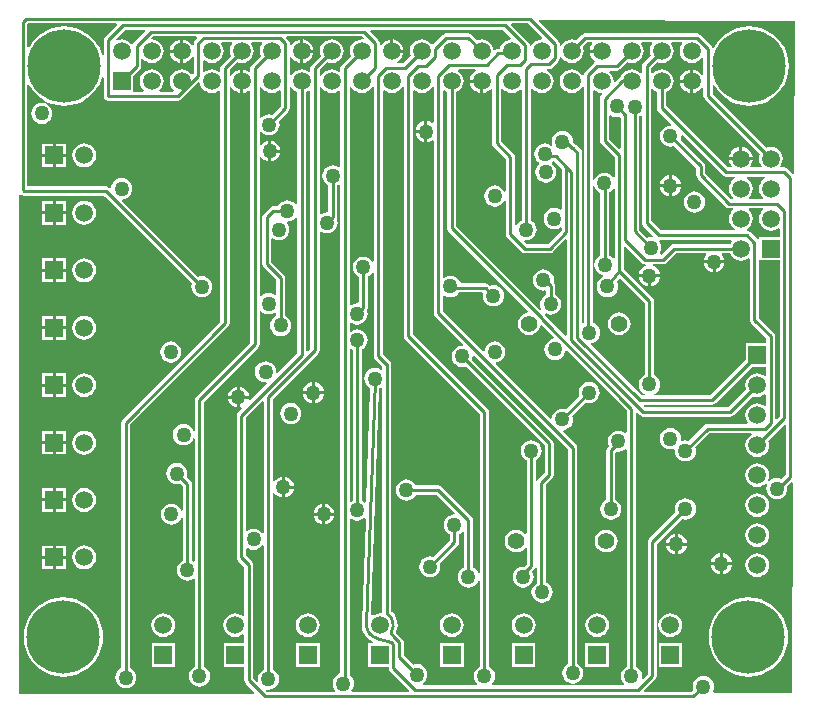
<source format=gbr>
G04*
G04 #@! TF.GenerationSoftware,Altium Limited,Altium Designer,23.2.1 (34)*
G04*
G04 Layer_Physical_Order=4*
G04 Layer_Color=16711680*
%FSLAX25Y25*%
%MOIN*%
G70*
G04*
G04 #@! TF.SameCoordinates,168D8CC4-6B96-4916-8BE8-BBD7D9E71175*
G04*
G04*
G04 #@! TF.FilePolarity,Positive*
G04*
G01*
G75*
%ADD58C,0.01000*%
%ADD59C,0.05906*%
%ADD60C,0.05906*%
%ADD61R,0.05906X0.05906*%
%ADD62R,0.05906X0.05906*%
%ADD63R,0.05906X0.05906*%
%ADD64C,0.24410*%
%ADD65C,0.05512*%
%ADD66C,0.05000*%
G36*
X177864Y264746D02*
X177643Y264298D01*
X177573Y264307D01*
X176541Y264171D01*
X175580Y263773D01*
X174754Y263139D01*
X174120Y262313D01*
X174055Y262156D01*
X173555Y262256D01*
Y262274D01*
X173439Y262859D01*
X173107Y263355D01*
X167354Y269109D01*
X167546Y269571D01*
X173039D01*
X177864Y264746D01*
D02*
G37*
G36*
X118325Y264712D02*
X118092Y264238D01*
X117573Y264307D01*
X116541Y264171D01*
X115580Y263773D01*
X114754Y263139D01*
X114120Y262313D01*
X113722Y261352D01*
X113586Y260320D01*
X113722Y259288D01*
X113914Y258824D01*
X110945Y255854D01*
X110613Y255358D01*
X110497Y254773D01*
Y253689D01*
X109997Y253443D01*
X109567Y253772D01*
X108605Y254171D01*
X107573Y254307D01*
X106541Y254171D01*
X105580Y253772D01*
X104754Y253139D01*
X104121Y252313D01*
X104055Y252156D01*
X103555Y252256D01*
Y254139D01*
X106077Y256661D01*
X106541Y256469D01*
X107573Y256333D01*
X108605Y256469D01*
X109567Y256867D01*
X110392Y257501D01*
X111026Y258326D01*
X111424Y259288D01*
X111560Y260320D01*
X111424Y261352D01*
X111026Y262313D01*
X110392Y263139D01*
X109567Y263773D01*
X108605Y264171D01*
X107573Y264307D01*
X106541Y264171D01*
X105580Y263773D01*
X104754Y263139D01*
X104121Y262313D01*
X103722Y261352D01*
X103586Y260320D01*
X103722Y259288D01*
X103914Y258824D01*
X100945Y255854D01*
X100613Y255358D01*
X100497Y254773D01*
Y253689D01*
X99997Y253443D01*
X99567Y253772D01*
X98605Y254171D01*
X97573Y254307D01*
X96541Y254171D01*
X95580Y253772D01*
X94754Y253139D01*
X94129Y252325D01*
X94092Y252320D01*
X93629Y252434D01*
Y258205D01*
X94092Y258319D01*
X94129Y258315D01*
X94754Y257501D01*
X95580Y256867D01*
X96541Y256469D01*
X97073Y256399D01*
Y260320D01*
Y264241D01*
X96541Y264171D01*
X95580Y263773D01*
X94754Y263139D01*
X94129Y262325D01*
X94092Y262320D01*
X93629Y262434D01*
Y262973D01*
X93513Y263558D01*
X93181Y264054D01*
X92454Y264781D01*
X92646Y265243D01*
X117794D01*
X118325Y264712D01*
D02*
G37*
G36*
X45399Y267009D02*
X41472Y263081D01*
X41283Y262799D01*
X40714Y262740D01*
X40693Y262747D01*
X40392Y263139D01*
X39567Y263773D01*
X38605Y264171D01*
X37573Y264307D01*
X36541Y264171D01*
X35858Y263888D01*
X35574Y264312D01*
X38734Y267471D01*
X45208D01*
X45399Y267009D01*
D02*
G37*
G36*
X62718Y264781D02*
X62019Y264081D01*
X61687Y263585D01*
X61571Y263000D01*
Y262305D01*
X61071Y262205D01*
X61026Y262313D01*
X60392Y263139D01*
X59567Y263773D01*
X58605Y264171D01*
X58073Y264241D01*
Y260320D01*
Y256399D01*
X58605Y256469D01*
X59567Y256867D01*
X60392Y257501D01*
X61026Y258326D01*
X61071Y258434D01*
X61571Y258335D01*
Y252975D01*
X61264Y252698D01*
X60688Y252754D01*
X60392Y253139D01*
X59567Y253772D01*
X58605Y254171D01*
X57573Y254307D01*
X56541Y254171D01*
X55580Y253772D01*
X54754Y253139D01*
X54120Y252313D01*
X53722Y251352D01*
X53586Y250320D01*
X53722Y249288D01*
X54120Y248326D01*
X54754Y247501D01*
X54977Y247329D01*
X54808Y246829D01*
X50339D01*
X50169Y247329D01*
X50392Y247501D01*
X51026Y248326D01*
X51424Y249288D01*
X51560Y250320D01*
X51424Y251352D01*
X51026Y252313D01*
X50392Y253139D01*
X49567Y253772D01*
X48605Y254171D01*
X47573Y254307D01*
X46541Y254171D01*
X45580Y253772D01*
X44754Y253139D01*
X44120Y252313D01*
X43722Y251352D01*
X43586Y250320D01*
X43722Y249288D01*
X44120Y248326D01*
X44754Y247501D01*
X44977Y247329D01*
X44807Y246829D01*
X41526D01*
Y252110D01*
X43635Y254219D01*
X43966Y254715D01*
X44083Y255300D01*
Y257554D01*
X44583Y257724D01*
X44754Y257501D01*
X45580Y256867D01*
X46541Y256469D01*
X47573Y256333D01*
X48605Y256469D01*
X49567Y256867D01*
X50392Y257501D01*
X51026Y258326D01*
X51424Y259288D01*
X51560Y260320D01*
X51424Y261352D01*
X51026Y262313D01*
X50392Y263139D01*
X49567Y263773D01*
X48605Y264171D01*
X47712Y264288D01*
X47475Y264758D01*
X47960Y265243D01*
X62527D01*
X62718Y264781D01*
D02*
G37*
G36*
X167355Y264782D02*
X167176Y264254D01*
X166541Y264171D01*
X165580Y263773D01*
X164754Y263139D01*
X164120Y262313D01*
X163722Y261352D01*
X163689Y261099D01*
X163120D01*
X162535Y260983D01*
X162535Y260983D01*
X162039Y260651D01*
X162023Y260635D01*
X161495Y260814D01*
X161424Y261352D01*
X161026Y262313D01*
X160392Y263139D01*
X159567Y263773D01*
X158605Y264171D01*
X157573Y264307D01*
X156541Y264171D01*
X156077Y263979D01*
X154202Y265854D01*
X153706Y266186D01*
X153120Y266302D01*
X145729D01*
X145143Y266186D01*
X145143Y266186D01*
X144647Y265854D01*
X141418Y262624D01*
X140754Y262668D01*
X140392Y263139D01*
X139567Y263773D01*
X138605Y264171D01*
X137573Y264307D01*
X136541Y264171D01*
X135580Y263773D01*
X134754Y263139D01*
X134121Y262313D01*
X133722Y261352D01*
X133586Y260320D01*
X133722Y259288D01*
X133914Y258824D01*
X131393Y256302D01*
X129509D01*
X129410Y256802D01*
X129567Y256867D01*
X130392Y257501D01*
X131026Y258326D01*
X131424Y259288D01*
X131494Y259820D01*
X127573D01*
Y260320D01*
X127073D01*
Y264241D01*
X126541Y264171D01*
X125580Y263773D01*
X124754Y263139D01*
X124129Y262325D01*
X124092Y262320D01*
X123629Y262434D01*
Y263100D01*
X123513Y263685D01*
X123181Y264181D01*
X120354Y267009D01*
X120546Y267471D01*
X164666D01*
X167355Y264782D01*
D02*
G37*
G36*
X36046Y269109D02*
X32019Y265081D01*
X31687Y264585D01*
X31571Y264000D01*
Y259167D01*
X31071Y259107D01*
X30997Y259413D01*
X30202Y261333D01*
X29116Y263105D01*
X27766Y264686D01*
X26186Y266036D01*
X24413Y267122D01*
X22493Y267917D01*
X20472Y268402D01*
X18400Y268565D01*
X16328Y268402D01*
X14307Y267917D01*
X12387Y267122D01*
X10614Y266036D01*
X9034Y264686D01*
X7684Y263105D01*
X6885Y261801D01*
X6211Y261659D01*
X6129Y261715D01*
Y269466D01*
X6233Y269571D01*
X35854D01*
X36046Y269109D01*
D02*
G37*
G36*
X224450Y262743D02*
X224120Y262313D01*
X223722Y261352D01*
X223586Y260320D01*
X223722Y259288D01*
X224120Y258326D01*
X224754Y257501D01*
X225580Y256867D01*
X226541Y256469D01*
X227573Y256333D01*
X228605Y256469D01*
X229567Y256867D01*
X230392Y257501D01*
X231012Y258309D01*
X231062Y258313D01*
X231512Y258178D01*
Y252462D01*
X231062Y252326D01*
X231012Y252331D01*
X230392Y253139D01*
X229567Y253772D01*
X228605Y254171D01*
X228073Y254241D01*
Y250320D01*
Y246399D01*
X228605Y246469D01*
X229567Y246867D01*
X230392Y247501D01*
X231012Y248308D01*
X231062Y248313D01*
X231512Y248178D01*
Y245458D01*
X231629Y244873D01*
X231960Y244377D01*
X250341Y225996D01*
X250149Y225532D01*
X250013Y224500D01*
X250149Y223468D01*
X250547Y222507D01*
X250913Y222029D01*
X250667Y221529D01*
X247333D01*
X247087Y222029D01*
X247453Y222507D01*
X247851Y223468D01*
X247921Y224000D01*
X244000D01*
X240079D01*
X240149Y223468D01*
X240547Y222507D01*
X240913Y222029D01*
X240667Y221529D01*
X239633D01*
X219103Y242060D01*
Y246675D01*
X219567Y246867D01*
X220392Y247501D01*
X221026Y248326D01*
X221424Y249288D01*
X221560Y250320D01*
X221424Y251352D01*
X221026Y252313D01*
X220392Y253139D01*
X219567Y253772D01*
X218605Y254171D01*
X217573Y254307D01*
X216541Y254171D01*
X215580Y253772D01*
X214754Y253139D01*
X214603Y252942D01*
X214129Y253103D01*
Y254713D01*
X216077Y256661D01*
X216541Y256469D01*
X217573Y256333D01*
X218605Y256469D01*
X219567Y256867D01*
X220392Y257501D01*
X221026Y258326D01*
X221424Y259288D01*
X221560Y260320D01*
X221424Y261352D01*
X221026Y262313D01*
X220696Y262743D01*
X220943Y263243D01*
X224204D01*
X224450Y262743D01*
D02*
G37*
G36*
X214450D02*
X214121Y262313D01*
X213722Y261352D01*
X213586Y260320D01*
X213722Y259288D01*
X213914Y258824D01*
X211519Y256428D01*
X211187Y255932D01*
X211071Y255347D01*
Y253076D01*
X210571Y252907D01*
X210392Y253139D01*
X209567Y253772D01*
X208605Y254171D01*
X207573Y254307D01*
X206541Y254171D01*
X205580Y253772D01*
X204754Y253139D01*
X204120Y252313D01*
X203884Y251743D01*
X203835Y251733D01*
X203338Y251401D01*
X202004Y250067D01*
X201710Y250212D01*
X201559Y250329D01*
X201424Y251352D01*
X201026Y252313D01*
X200392Y253139D01*
X200186Y253297D01*
X200347Y253771D01*
X202553D01*
X203139Y253887D01*
X203635Y254219D01*
X206077Y256661D01*
X206541Y256469D01*
X207573Y256333D01*
X208605Y256469D01*
X209567Y256867D01*
X210392Y257501D01*
X211026Y258326D01*
X211424Y259288D01*
X211560Y260320D01*
X211424Y261352D01*
X211026Y262313D01*
X210696Y262743D01*
X210943Y263243D01*
X214204D01*
X214450Y262743D01*
D02*
G37*
G36*
X194450D02*
X194121Y262313D01*
X193722Y261352D01*
X193652Y260820D01*
X197573D01*
Y259820D01*
X193652D01*
X193722Y259288D01*
X194121Y258326D01*
X194754Y257501D01*
X195218Y257145D01*
X195171Y256550D01*
X194919Y256381D01*
X192019Y253481D01*
X191687Y252985D01*
X191571Y252400D01*
Y252305D01*
X191071Y252205D01*
X191026Y252313D01*
X190392Y253139D01*
X189567Y253772D01*
X188605Y254171D01*
X187573Y254307D01*
X186541Y254171D01*
X185580Y253772D01*
X184754Y253139D01*
X184121Y252313D01*
X183722Y251352D01*
X183586Y250320D01*
X183722Y249288D01*
X184121Y248326D01*
X184754Y247501D01*
X185580Y246867D01*
X186541Y246469D01*
X187573Y246333D01*
X188605Y246469D01*
X189567Y246867D01*
X190392Y247501D01*
X191026Y248326D01*
X191071Y248434D01*
X191571Y248335D01*
Y169872D01*
X191529Y169846D01*
X191029Y170124D01*
Y226500D01*
X190913Y227085D01*
X190581Y227581D01*
X189174Y228989D01*
X188677Y229321D01*
X188588Y229339D01*
X187997Y229929D01*
X188030Y230181D01*
X187910Y231095D01*
X187557Y231946D01*
X186996Y232677D01*
X186265Y233238D01*
X185414Y233591D01*
X184500Y233711D01*
X183586Y233591D01*
X182735Y233238D01*
X182004Y232677D01*
X181443Y231946D01*
X181090Y231095D01*
X180970Y230181D01*
X181090Y229267D01*
X181133Y229164D01*
X180722Y228849D01*
X180450Y229057D01*
X179599Y229410D01*
X178685Y229530D01*
X177772Y229410D01*
X176920Y229057D01*
X176189Y228496D01*
X175628Y227765D01*
X175276Y226914D01*
X175155Y226000D01*
X175276Y225086D01*
X175628Y224235D01*
X176189Y223504D01*
X176592Y223194D01*
Y222564D01*
X176504Y222496D01*
X175943Y221765D01*
X175590Y220914D01*
X175470Y220000D01*
X175590Y219086D01*
X175943Y218235D01*
X176504Y217504D01*
X177235Y216943D01*
X178086Y216590D01*
X179000Y216470D01*
X179914Y216590D01*
X180765Y216943D01*
X181496Y217504D01*
X182057Y218235D01*
X182410Y219086D01*
X182530Y220000D01*
X182410Y220914D01*
X182057Y221765D01*
X181496Y222496D01*
X181093Y222806D01*
Y223436D01*
X181182Y223504D01*
X181203Y223532D01*
X181776Y223561D01*
X184271Y221066D01*
Y207625D01*
X183771Y207378D01*
X183537Y207557D01*
X182685Y207910D01*
X181772Y208030D01*
X180858Y207910D01*
X180007Y207557D01*
X179276Y206996D01*
X178715Y206265D01*
X178362Y205414D01*
X178242Y204500D01*
X178362Y203586D01*
X178715Y202735D01*
X179276Y202004D01*
X180007Y201443D01*
X180858Y201090D01*
X181772Y200970D01*
X182685Y201090D01*
X183537Y201443D01*
X183771Y201622D01*
X184271Y201376D01*
Y200634D01*
X179666Y196029D01*
X172634D01*
X171821Y196842D01*
X172055Y197315D01*
X172400Y197270D01*
X173314Y197390D01*
X174165Y197743D01*
X174896Y198304D01*
X175457Y199035D01*
X175810Y199886D01*
X175930Y200800D01*
X175810Y201714D01*
X175457Y202565D01*
X174896Y203296D01*
X174165Y203857D01*
X173929Y203955D01*
Y247754D01*
X174429Y247924D01*
X174754Y247501D01*
X175580Y246867D01*
X176541Y246469D01*
X177573Y246333D01*
X178605Y246469D01*
X179567Y246867D01*
X180392Y247501D01*
X181026Y248326D01*
X181424Y249288D01*
X181560Y250320D01*
X181424Y251352D01*
X181026Y252313D01*
X180392Y253139D01*
X179567Y253772D01*
X179410Y253838D01*
X179509Y254338D01*
X180000D01*
X180585Y254454D01*
X181081Y254786D01*
X183107Y256812D01*
X183439Y257308D01*
X183555Y257893D01*
Y258384D01*
X184055Y258484D01*
X184121Y258326D01*
X184754Y257501D01*
X185580Y256867D01*
X186541Y256469D01*
X187573Y256333D01*
X188605Y256469D01*
X189567Y256867D01*
X190392Y257501D01*
X191026Y258326D01*
X191424Y259288D01*
X191560Y260320D01*
X191424Y261352D01*
X191232Y261816D01*
X192659Y263243D01*
X194204D01*
X194450Y262743D01*
D02*
G37*
G36*
X84450D02*
X84121Y262313D01*
X83722Y261352D01*
X83586Y260320D01*
X83722Y259288D01*
X83914Y258824D01*
X80945Y255854D01*
X80613Y255358D01*
X80497Y254773D01*
Y253689D01*
X79997Y253443D01*
X79567Y253772D01*
X78605Y254171D01*
X78073Y254241D01*
Y250320D01*
Y246399D01*
X78605Y246469D01*
X79567Y246867D01*
X79997Y247197D01*
X80497Y246950D01*
Y163160D01*
X62419Y145082D01*
X62087Y144586D01*
X61971Y144001D01*
Y133850D01*
X61471Y133750D01*
X61266Y134245D01*
X60705Y134976D01*
X59974Y135537D01*
X59122Y135890D01*
X58208Y136010D01*
X57295Y135890D01*
X56443Y135537D01*
X55712Y134976D01*
X55151Y134245D01*
X54799Y133394D01*
X54678Y132480D01*
X54799Y131566D01*
X55151Y130715D01*
X55712Y129984D01*
X56443Y129423D01*
X57295Y129070D01*
X58208Y128950D01*
X59122Y129070D01*
X59974Y129423D01*
X60705Y129984D01*
X61266Y130715D01*
X61471Y131210D01*
X61971Y131110D01*
Y90381D01*
X61522Y90160D01*
X61265Y90357D01*
X61029Y90455D01*
Y116000D01*
X60913Y116585D01*
X60581Y117081D01*
X59312Y118351D01*
X59410Y118586D01*
X59530Y119500D01*
X59410Y120414D01*
X59057Y121265D01*
X58496Y121996D01*
X57765Y122557D01*
X56914Y122910D01*
X56000Y123030D01*
X55086Y122910D01*
X54235Y122557D01*
X53504Y121996D01*
X52943Y121265D01*
X52590Y120414D01*
X52470Y119500D01*
X52590Y118586D01*
X52943Y117735D01*
X53504Y117004D01*
X54235Y116443D01*
X55086Y116090D01*
X56000Y115970D01*
X56914Y116090D01*
X57149Y116188D01*
X57971Y115366D01*
Y107255D01*
X57471Y107155D01*
X57226Y107745D01*
X56665Y108476D01*
X55934Y109037D01*
X55083Y109390D01*
X54169Y109510D01*
X53255Y109390D01*
X52404Y109037D01*
X51673Y108476D01*
X51112Y107745D01*
X50759Y106894D01*
X50639Y105980D01*
X50759Y105066D01*
X51112Y104215D01*
X51673Y103484D01*
X52404Y102923D01*
X53255Y102570D01*
X54169Y102450D01*
X55083Y102570D01*
X55934Y102923D01*
X56665Y103484D01*
X57226Y104215D01*
X57471Y104804D01*
X57971Y104705D01*
Y90455D01*
X57735Y90357D01*
X57004Y89796D01*
X56443Y89065D01*
X56090Y88214D01*
X55970Y87300D01*
X56090Y86386D01*
X56443Y85535D01*
X57004Y84804D01*
X57735Y84243D01*
X58586Y83890D01*
X59500Y83770D01*
X60414Y83890D01*
X61265Y84243D01*
X61522Y84440D01*
X61971Y84219D01*
Y55155D01*
X61735Y55057D01*
X61004Y54496D01*
X60443Y53765D01*
X60090Y52914D01*
X59970Y52000D01*
X60090Y51086D01*
X60443Y50235D01*
X61004Y49504D01*
X61735Y48943D01*
X62586Y48590D01*
X63500Y48470D01*
X64414Y48590D01*
X65265Y48943D01*
X65996Y49504D01*
X66557Y50235D01*
X66910Y51086D01*
X67030Y52000D01*
X66910Y52914D01*
X66557Y53765D01*
X65996Y54496D01*
X65265Y55057D01*
X65029Y55155D01*
Y143367D01*
X83107Y161445D01*
X83439Y161942D01*
X83555Y162527D01*
Y173572D01*
X84029Y173733D01*
X84075Y173673D01*
X84806Y173112D01*
X85657Y172759D01*
X86571Y172639D01*
X87485Y172759D01*
X88336Y173112D01*
X88571Y173292D01*
X89071Y173046D01*
Y172055D01*
X88835Y171957D01*
X88104Y171396D01*
X87543Y170665D01*
X87190Y169814D01*
X87070Y168900D01*
X87190Y167986D01*
X87543Y167135D01*
X88104Y166404D01*
X88835Y165843D01*
X89686Y165490D01*
X90600Y165370D01*
X91514Y165490D01*
X92365Y165843D01*
X93096Y166404D01*
X93657Y167135D01*
X94010Y167986D01*
X94130Y168900D01*
X94010Y169814D01*
X93657Y170665D01*
X93096Y171396D01*
X92365Y171957D01*
X92129Y172055D01*
Y184700D01*
X92013Y185285D01*
X91681Y185781D01*
X87529Y189934D01*
Y197720D01*
X87978Y197942D01*
X88237Y197743D01*
X89088Y197390D01*
X90002Y197270D01*
X90916Y197390D01*
X91767Y197743D01*
X92498Y198304D01*
X93059Y199035D01*
X93412Y199886D01*
X93532Y200800D01*
X93412Y201714D01*
X93059Y202565D01*
X92661Y203084D01*
X92724Y203302D01*
X92908Y203584D01*
X93714Y203690D01*
X94565Y204043D01*
X95296Y204604D01*
X95544Y204926D01*
X96044Y204757D01*
Y159536D01*
X89526Y153018D01*
X89053Y153252D01*
X89077Y153441D01*
X88957Y154354D01*
X88604Y155206D01*
X88043Y155937D01*
X87312Y156498D01*
X86461Y156851D01*
X85547Y156971D01*
X84633Y156851D01*
X83782Y156498D01*
X83051Y155937D01*
X82490Y155206D01*
X82137Y154354D01*
X82017Y153441D01*
X82137Y152527D01*
X82490Y151675D01*
X83051Y150944D01*
X83782Y150383D01*
X84633Y150031D01*
X85547Y149910D01*
X85736Y149935D01*
X85969Y149462D01*
X80384Y143876D01*
X79946Y144074D01*
X79913Y144113D01*
X79964Y144500D01*
X77000D01*
Y141536D01*
X77387Y141587D01*
X77426Y141554D01*
X77624Y141116D01*
X76419Y139911D01*
X76087Y139415D01*
X75971Y138829D01*
Y91600D01*
X76087Y91015D01*
X76419Y90519D01*
X78471Y88467D01*
Y72321D01*
X77971Y72074D01*
X77493Y72440D01*
X76532Y72839D01*
X75500Y72974D01*
X74468Y72839D01*
X73507Y72440D01*
X72681Y71807D01*
X72047Y70981D01*
X71649Y70020D01*
X71513Y68988D01*
X71649Y67956D01*
X72047Y66994D01*
X72681Y66168D01*
X73507Y65535D01*
X74468Y65137D01*
X75500Y65001D01*
X76532Y65137D01*
X77493Y65535D01*
X77971Y65901D01*
X78471Y65654D01*
Y62940D01*
X71547D01*
Y55035D01*
X78471D01*
Y50600D01*
X78587Y50015D01*
X78919Y49519D01*
X81823Y46614D01*
X81632Y46152D01*
X3854Y46001D01*
X3500Y46354D01*
Y212250D01*
X3519Y212273D01*
X4000Y212497D01*
X4315Y212287D01*
X4900Y212171D01*
X31767D01*
X60988Y182949D01*
X60890Y182714D01*
X60770Y181800D01*
X60890Y180886D01*
X61243Y180035D01*
X61804Y179304D01*
X62535Y178743D01*
X63386Y178390D01*
X64300Y178270D01*
X65214Y178390D01*
X66065Y178743D01*
X66796Y179304D01*
X67357Y180035D01*
X67710Y180886D01*
X67830Y181800D01*
X67710Y182714D01*
X67357Y183565D01*
X66796Y184296D01*
X66065Y184857D01*
X65214Y185210D01*
X64300Y185330D01*
X63386Y185210D01*
X63151Y185112D01*
X37774Y210489D01*
X37954Y211016D01*
X38514Y211090D01*
X39365Y211443D01*
X40096Y212004D01*
X40657Y212735D01*
X41010Y213586D01*
X41130Y214500D01*
X41010Y215414D01*
X40657Y216265D01*
X40096Y216996D01*
X39365Y217557D01*
X38514Y217910D01*
X37600Y218030D01*
X36686Y217910D01*
X35835Y217557D01*
X35104Y216996D01*
X34543Y216265D01*
X34190Y215414D01*
X34116Y214854D01*
X33588Y214674D01*
X33481Y214781D01*
X32985Y215113D01*
X32400Y215229D01*
X6129D01*
Y248924D01*
X6211Y248981D01*
X6885Y248839D01*
X7684Y247534D01*
X9034Y245954D01*
X10614Y244604D01*
X12387Y243518D01*
X14307Y242723D01*
X16328Y242237D01*
X18400Y242074D01*
X20472Y242237D01*
X22493Y242723D01*
X24413Y243518D01*
X26186Y244604D01*
X27766Y245954D01*
X29116Y247534D01*
X30202Y249306D01*
X30997Y251227D01*
X31071Y251532D01*
X31571Y251473D01*
Y245300D01*
X31687Y244715D01*
X32019Y244219D01*
X32515Y243887D01*
X33100Y243771D01*
X56400D01*
X56985Y243887D01*
X57481Y244219D01*
X63140Y249877D01*
X63668Y249698D01*
X63722Y249288D01*
X64121Y248326D01*
X64754Y247501D01*
X65580Y246867D01*
X66541Y246469D01*
X67573Y246333D01*
X68605Y246469D01*
X69567Y246867D01*
X69997Y247197D01*
X70497Y246950D01*
Y170160D01*
X37919Y137582D01*
X37587Y137086D01*
X37471Y136501D01*
Y54655D01*
X37235Y54557D01*
X36504Y53996D01*
X35943Y53265D01*
X35590Y52414D01*
X35470Y51500D01*
X35590Y50586D01*
X35943Y49735D01*
X36504Y49004D01*
X37235Y48443D01*
X38086Y48090D01*
X39000Y47970D01*
X39914Y48090D01*
X40765Y48443D01*
X41496Y49004D01*
X42057Y49735D01*
X42410Y50586D01*
X42530Y51500D01*
X42410Y52414D01*
X42057Y53265D01*
X41496Y53996D01*
X40765Y54557D01*
X40529Y54655D01*
Y135867D01*
X73107Y168445D01*
X73439Y168941D01*
X73555Y169527D01*
Y248384D01*
X74055Y248483D01*
X74120Y248326D01*
X74754Y247501D01*
X75580Y246867D01*
X76541Y246469D01*
X77073Y246399D01*
Y250320D01*
Y254241D01*
X76541Y254171D01*
X75580Y253772D01*
X74754Y253139D01*
X74120Y252313D01*
X74055Y252156D01*
X73555Y252256D01*
Y254139D01*
X76077Y256661D01*
X76541Y256469D01*
X77573Y256333D01*
X78605Y256469D01*
X79567Y256867D01*
X80392Y257501D01*
X81026Y258326D01*
X81424Y259288D01*
X81560Y260320D01*
X81424Y261352D01*
X81026Y262313D01*
X80696Y262743D01*
X80943Y263243D01*
X84204D01*
X84450Y262743D01*
D02*
G37*
G36*
X74450D02*
X74120Y262313D01*
X73722Y261352D01*
X73586Y260320D01*
X73722Y259288D01*
X73914Y258824D01*
X70945Y255854D01*
X70613Y255358D01*
X70497Y254773D01*
Y253689D01*
X69997Y253443D01*
X69567Y253772D01*
X68605Y254171D01*
X67573Y254307D01*
X66541Y254171D01*
X65580Y253772D01*
X65129Y253427D01*
X64629Y253674D01*
Y256966D01*
X65129Y257213D01*
X65580Y256867D01*
X66541Y256469D01*
X67573Y256333D01*
X68605Y256469D01*
X69567Y256867D01*
X70392Y257501D01*
X71026Y258326D01*
X71424Y259288D01*
X71560Y260320D01*
X71424Y261352D01*
X71026Y262313D01*
X70696Y262743D01*
X70943Y263243D01*
X74204D01*
X74450Y262743D01*
D02*
G37*
G36*
X141591Y248384D02*
Y236554D01*
X141091Y236307D01*
X140765Y236557D01*
X139914Y236910D01*
X139500Y236964D01*
Y233500D01*
Y230036D01*
X139914Y230090D01*
X140765Y230443D01*
X141091Y230693D01*
X141591Y230446D01*
Y173063D01*
X141707Y172478D01*
X142039Y171982D01*
X151460Y162560D01*
X151239Y162112D01*
X151100Y162130D01*
X150186Y162010D01*
X149335Y161657D01*
X148604Y161096D01*
X148043Y160365D01*
X147690Y159514D01*
X147570Y158600D01*
X147690Y157686D01*
X148043Y156835D01*
X148604Y156104D01*
X149335Y155543D01*
X150186Y155190D01*
X151100Y155070D01*
X152014Y155190D01*
X152249Y155288D01*
X178571Y128966D01*
Y119734D01*
X176419Y117581D01*
X176129Y117149D01*
X175883Y117150D01*
X175629Y117232D01*
Y123945D01*
X175865Y124043D01*
X176596Y124604D01*
X177157Y125335D01*
X177510Y126186D01*
X177630Y127100D01*
X177510Y128014D01*
X177157Y128865D01*
X176596Y129596D01*
X175865Y130157D01*
X175014Y130510D01*
X174100Y130630D01*
X173186Y130510D01*
X172335Y130157D01*
X171604Y129596D01*
X171043Y128865D01*
X170690Y128014D01*
X170570Y127100D01*
X170690Y126186D01*
X171043Y125335D01*
X171604Y124604D01*
X172335Y124043D01*
X172571Y123945D01*
Y99532D01*
X172071Y99362D01*
X171789Y99730D01*
X171004Y100332D01*
X170091Y100710D01*
X169110Y100839D01*
X168130Y100710D01*
X167216Y100332D01*
X166431Y99730D01*
X165829Y98945D01*
X165451Y98031D01*
X165322Y97051D01*
X165451Y96070D01*
X165829Y95157D01*
X166431Y94372D01*
X167216Y93770D01*
X168130Y93392D01*
X169110Y93262D01*
X170091Y93392D01*
X171004Y93770D01*
X171789Y94372D01*
X172071Y94739D01*
X172571Y94569D01*
Y89333D01*
X171759Y88522D01*
X171400Y88570D01*
X170486Y88449D01*
X169635Y88097D01*
X168904Y87536D01*
X168343Y86804D01*
X167990Y85953D01*
X167870Y85039D01*
X167990Y84126D01*
X168343Y83274D01*
X168904Y82543D01*
X169635Y81982D01*
X170486Y81630D01*
X171400Y81509D01*
X172314Y81630D01*
X173165Y81982D01*
X173896Y82543D01*
X174457Y83274D01*
X174810Y84126D01*
X174930Y85039D01*
X174810Y85953D01*
X174457Y86804D01*
X174418Y86855D01*
X175181Y87619D01*
X175471Y88051D01*
X175717Y88050D01*
X175971Y87968D01*
Y83064D01*
X175955Y83057D01*
X175224Y82496D01*
X174663Y81765D01*
X174310Y80914D01*
X174190Y80000D01*
X174310Y79086D01*
X174663Y78235D01*
X175224Y77504D01*
X175955Y76943D01*
X176807Y76590D01*
X177720Y76470D01*
X178634Y76590D01*
X179485Y76943D01*
X180217Y77504D01*
X180778Y78235D01*
X181130Y79086D01*
X181251Y80000D01*
X181130Y80914D01*
X180778Y81765D01*
X180217Y82496D01*
X179485Y83057D01*
X179029Y83246D01*
Y115866D01*
X181181Y118019D01*
X181513Y118515D01*
X181629Y119100D01*
Y129600D01*
X181513Y130185D01*
X181181Y130681D01*
X154412Y157451D01*
X154510Y157686D01*
X154630Y158600D01*
X154612Y158739D01*
X155060Y158960D01*
X182419Y131602D01*
X182419Y131602D01*
X186471Y127550D01*
Y56155D01*
X186235Y56057D01*
X185504Y55496D01*
X184943Y54765D01*
X184590Y53914D01*
X184470Y53000D01*
X184590Y52086D01*
X184943Y51235D01*
X185504Y50504D01*
X186235Y49943D01*
X187086Y49590D01*
X187956Y49476D01*
X187923Y48976D01*
X161086D01*
X160925Y49449D01*
X160996Y49504D01*
X161557Y50235D01*
X161910Y51086D01*
X162030Y52000D01*
X161910Y52914D01*
X161557Y53765D01*
X160996Y54496D01*
X160265Y55057D01*
X160029Y55155D01*
Y139934D01*
X159913Y140519D01*
X159581Y141015D01*
X134650Y165946D01*
Y246950D01*
X135150Y247197D01*
X135580Y246867D01*
X136541Y246469D01*
X137573Y246333D01*
X138605Y246469D01*
X139567Y246867D01*
X140392Y247501D01*
X141026Y248326D01*
X141091Y248483D01*
X141591Y248384D01*
D02*
G37*
G36*
X131591D02*
Y165313D01*
X131707Y164728D01*
X132039Y164232D01*
X156971Y139300D01*
Y86389D01*
X156471Y86289D01*
X156257Y86804D01*
X155696Y87536D01*
X154965Y88097D01*
X154729Y88194D01*
Y104000D01*
X154613Y104585D01*
X154281Y105081D01*
X144281Y115081D01*
X143785Y115413D01*
X143200Y115529D01*
X135655D01*
X135557Y115765D01*
X134996Y116496D01*
X134265Y117057D01*
X133414Y117410D01*
X132500Y117530D01*
X131586Y117410D01*
X130735Y117057D01*
X130004Y116496D01*
X129443Y115765D01*
X129090Y114914D01*
X128970Y114000D01*
X129090Y113086D01*
X129443Y112235D01*
X130004Y111504D01*
X130735Y110943D01*
X131586Y110590D01*
X132500Y110470D01*
X133414Y110590D01*
X134265Y110943D01*
X134996Y111504D01*
X135557Y112235D01*
X135655Y112471D01*
X142567D01*
X148676Y106361D01*
X148412Y105919D01*
X147586Y105810D01*
X146735Y105457D01*
X146004Y104896D01*
X145443Y104165D01*
X145090Y103314D01*
X144970Y102400D01*
X145090Y101486D01*
X145443Y100635D01*
X146004Y99904D01*
X146735Y99343D01*
X146971Y99245D01*
Y97233D01*
X141449Y91712D01*
X141214Y91810D01*
X140300Y91930D01*
X139386Y91810D01*
X138535Y91457D01*
X137804Y90896D01*
X137243Y90165D01*
X136890Y89314D01*
X136770Y88400D01*
X136890Y87486D01*
X137243Y86635D01*
X137804Y85904D01*
X138535Y85343D01*
X139386Y84990D01*
X140300Y84870D01*
X141214Y84990D01*
X142065Y85343D01*
X142796Y85904D01*
X143357Y86635D01*
X143710Y87486D01*
X143830Y88400D01*
X143710Y89314D01*
X143612Y89549D01*
X149581Y95519D01*
X149913Y96015D01*
X150029Y96600D01*
Y99245D01*
X150265Y99343D01*
X150996Y99904D01*
X151171Y100131D01*
X151671Y99961D01*
Y88194D01*
X151435Y88097D01*
X150704Y87536D01*
X150143Y86804D01*
X149790Y85953D01*
X149670Y85039D01*
X149790Y84126D01*
X150143Y83274D01*
X150704Y82543D01*
X151435Y81982D01*
X152286Y81630D01*
X153200Y81509D01*
X154114Y81630D01*
X154965Y81982D01*
X155696Y82543D01*
X156257Y83274D01*
X156471Y83789D01*
X156971Y83690D01*
Y55155D01*
X156735Y55057D01*
X156004Y54496D01*
X155443Y53765D01*
X155090Y52914D01*
X154970Y52000D01*
X155090Y51086D01*
X155443Y50235D01*
X156004Y49504D01*
X156075Y49449D01*
X155914Y48976D01*
X138155D01*
X138081Y49071D01*
X138164Y49749D01*
X138496Y50004D01*
X139057Y50735D01*
X139410Y51586D01*
X139530Y52500D01*
X139410Y53414D01*
X139057Y54265D01*
X138496Y54996D01*
X137765Y55557D01*
X136914Y55910D01*
X136000Y56030D01*
X135086Y55910D01*
X134851Y55812D01*
X131632Y59031D01*
Y63390D01*
X131515Y63975D01*
X131184Y64472D01*
X129133Y66522D01*
X129095Y66548D01*
X129176Y66699D01*
X129516Y67821D01*
X129631Y68988D01*
X129516Y70155D01*
X129176Y71277D01*
X128623Y72311D01*
X127879Y73217D01*
X127529Y73504D01*
Y155892D01*
X127413Y156477D01*
X127081Y156974D01*
X126789Y157267D01*
X126788Y157267D01*
X124650Y159405D01*
Y246950D01*
X125150Y247197D01*
X125580Y246867D01*
X126541Y246469D01*
X127573Y246333D01*
X128605Y246469D01*
X129567Y246867D01*
X130392Y247501D01*
X131026Y248326D01*
X131091Y248483D01*
X131591Y248384D01*
D02*
G37*
G36*
X261328Y270328D02*
X261561Y270561D01*
X262022Y270368D01*
X261790Y219580D01*
X261289Y219373D01*
X259581Y221081D01*
X259085Y221413D01*
X258500Y221529D01*
X257333D01*
X257087Y222029D01*
X257453Y222507D01*
X257851Y223468D01*
X257987Y224500D01*
X257851Y225532D01*
X257453Y226493D01*
X256819Y227319D01*
X255993Y227953D01*
X255032Y228351D01*
X254000Y228487D01*
X252968Y228351D01*
X252504Y228159D01*
X234571Y246092D01*
Y248959D01*
X235071Y249100D01*
X236031Y247534D01*
X237380Y245954D01*
X238961Y244604D01*
X240733Y243518D01*
X242653Y242723D01*
X244674Y242237D01*
X246746Y242074D01*
X248818Y242237D01*
X250839Y242723D01*
X252760Y243518D01*
X254532Y244604D01*
X256112Y245954D01*
X257462Y247534D01*
X258548Y249306D01*
X259344Y251227D01*
X259829Y253248D01*
X259992Y255320D01*
X259829Y257392D01*
X259344Y259413D01*
X258548Y261333D01*
X257462Y263105D01*
X256112Y264686D01*
X254532Y266036D01*
X252760Y267122D01*
X250839Y267917D01*
X248818Y268402D01*
X246746Y268565D01*
X244674Y268402D01*
X242653Y267917D01*
X240733Y267122D01*
X238961Y266036D01*
X237380Y264686D01*
X236031Y263105D01*
X235020Y261456D01*
X234604Y261486D01*
X234494Y261536D01*
X234455Y261734D01*
X234247Y262045D01*
X234123Y262230D01*
X230499Y265854D01*
X230003Y266186D01*
X230003Y266186D01*
X229418Y266302D01*
X192026D01*
X191441Y266186D01*
X190945Y265854D01*
X189069Y263979D01*
X188605Y264171D01*
X187573Y264307D01*
X186541Y264171D01*
X185580Y263773D01*
X184754Y263139D01*
X184121Y262313D01*
X184055Y262156D01*
X183555Y262256D01*
Y262747D01*
X183439Y263332D01*
X183107Y263828D01*
X176597Y270339D01*
X176789Y270800D01*
X261328Y270328D01*
D02*
G37*
G36*
X84121Y248326D02*
X84754Y247501D01*
X85580Y246867D01*
X86541Y246469D01*
X87573Y246333D01*
X88605Y246469D01*
X89567Y246867D01*
X90071Y247254D01*
X90571Y247007D01*
Y241833D01*
X87828Y239091D01*
X87592Y239189D01*
X86679Y239309D01*
X85765Y239189D01*
X84913Y238836D01*
X84182Y238275D01*
X84055Y238109D01*
X83555Y238279D01*
Y248384D01*
X84055Y248483D01*
X84121Y248326D01*
D02*
G37*
G36*
X214754Y247501D02*
X215580Y246867D01*
X216044Y246675D01*
Y241427D01*
X216160Y240842D01*
X216492Y240345D01*
X220848Y235989D01*
X220615Y235515D01*
X220500Y235530D01*
X219586Y235410D01*
X218735Y235057D01*
X218004Y234496D01*
X217443Y233765D01*
X217090Y232914D01*
X216970Y232000D01*
X217090Y231086D01*
X217443Y230235D01*
X218004Y229504D01*
X218735Y228943D01*
X219586Y228590D01*
X220500Y228470D01*
X221414Y228590D01*
X221649Y228688D01*
X229103Y221234D01*
Y218867D01*
X229220Y218282D01*
X229551Y217786D01*
X238919Y208419D01*
X239415Y208087D01*
X240000Y207971D01*
X241209D01*
X241378Y207471D01*
X241181Y207319D01*
X240547Y206493D01*
X240149Y205532D01*
X240013Y204500D01*
X240149Y203468D01*
X240547Y202507D01*
X241181Y201681D01*
X242007Y201047D01*
X242050Y201029D01*
X241950Y200529D01*
X217382D01*
X214129Y203782D01*
Y247537D01*
X214603Y247698D01*
X214754Y247501D01*
D02*
G37*
G36*
X94129Y248315D02*
X94754Y247501D01*
X95580Y246867D01*
X96044Y246675D01*
Y209443D01*
X95544Y209274D01*
X95296Y209596D01*
X94565Y210157D01*
X93714Y210510D01*
X92800Y210630D01*
X91886Y210510D01*
X91035Y210157D01*
X90304Y209596D01*
X89743Y208865D01*
X89645Y208629D01*
X88000D01*
X87415Y208513D01*
X86919Y208181D01*
X84919Y206181D01*
X84587Y205685D01*
X84471Y205100D01*
Y189300D01*
X84587Y188715D01*
X84919Y188219D01*
X89071Y184066D01*
Y179293D01*
X88571Y179047D01*
X88336Y179227D01*
X87485Y179579D01*
X86571Y179700D01*
X85657Y179579D01*
X84806Y179227D01*
X84075Y178666D01*
X84029Y178606D01*
X83555Y178767D01*
Y224918D01*
X84055Y225088D01*
X84504Y224504D01*
X85235Y223943D01*
X86086Y223590D01*
X86500Y223536D01*
Y227000D01*
Y230464D01*
X86086Y230410D01*
X85235Y230057D01*
X84504Y229496D01*
X84055Y228912D01*
X83555Y229082D01*
Y233278D01*
X84055Y233448D01*
X84182Y233282D01*
X84913Y232721D01*
X85765Y232369D01*
X86679Y232248D01*
X87592Y232369D01*
X88444Y232721D01*
X89175Y233282D01*
X89736Y234014D01*
X90088Y234865D01*
X90209Y235779D01*
X90088Y236692D01*
X89991Y236928D01*
X93181Y240119D01*
X93513Y240615D01*
X93629Y241200D01*
Y248205D01*
X94092Y248319D01*
X94129Y248315D01*
D02*
G37*
G36*
X200835Y238843D02*
X201686Y238490D01*
X202600Y238370D01*
X203514Y238490D01*
X203523Y238494D01*
X203971Y238156D01*
Y227946D01*
X203509Y227754D01*
X200129Y231134D01*
Y238819D01*
X200578Y239040D01*
X200835Y238843D01*
D02*
G37*
G36*
X104121Y248326D02*
X104754Y247501D01*
X105580Y246867D01*
X106541Y246469D01*
X107573Y246333D01*
X108605Y246469D01*
X109567Y246867D01*
X109997Y247197D01*
X110497Y246950D01*
Y221842D01*
X109997Y221596D01*
X109765Y221773D01*
X108914Y222126D01*
X108000Y222246D01*
X107086Y222126D01*
X106235Y221773D01*
X105504Y221212D01*
X104943Y220481D01*
X104590Y219630D01*
X104470Y218716D01*
X104590Y217803D01*
X104943Y216951D01*
X105504Y216220D01*
X106235Y215659D01*
X106471Y215561D01*
Y206955D01*
X106100Y206630D01*
X105186Y206510D01*
X104335Y206157D01*
X104055Y205943D01*
X103555Y206189D01*
Y248384D01*
X104055Y248483D01*
X104121Y248326D01*
D02*
G37*
G36*
X195580Y246867D02*
X196541Y246469D01*
X197564Y246334D01*
X197681Y246183D01*
X197826Y245889D01*
X197519Y245581D01*
X197187Y245085D01*
X197071Y244500D01*
Y230500D01*
X197187Y229915D01*
X197519Y229419D01*
X201971Y224967D01*
Y218397D01*
X201471Y218228D01*
X201018Y218818D01*
X200287Y219379D01*
X199435Y219731D01*
X198522Y219852D01*
X197608Y219731D01*
X196756Y219379D01*
X196025Y218818D01*
X195464Y218087D01*
X195112Y217235D01*
X194629Y217324D01*
Y246966D01*
X195129Y247213D01*
X195580Y246867D01*
D02*
G37*
G36*
X155543Y253798D02*
X155542Y253743D01*
X154754Y253139D01*
X154121Y252313D01*
X153722Y251352D01*
X153652Y250820D01*
X157573D01*
Y250320D01*
X158073D01*
Y246399D01*
X158605Y246469D01*
X159567Y246867D01*
X160392Y247501D01*
X160571Y247733D01*
X161071Y247563D01*
Y229700D01*
X161187Y229115D01*
X161519Y228619D01*
X165671Y224466D01*
Y213591D01*
X165171Y213491D01*
X165057Y213765D01*
X164496Y214496D01*
X163765Y215057D01*
X162914Y215410D01*
X162000Y215530D01*
X161086Y215410D01*
X160235Y215057D01*
X159504Y214496D01*
X158943Y213765D01*
X158590Y212914D01*
X158470Y212000D01*
X158590Y211086D01*
X158943Y210235D01*
X159504Y209504D01*
X160235Y208943D01*
X161086Y208590D01*
X162000Y208470D01*
X162914Y208590D01*
X163765Y208943D01*
X164496Y209504D01*
X165057Y210235D01*
X165171Y210509D01*
X165671Y210409D01*
Y199300D01*
X165787Y198715D01*
X166119Y198219D01*
X170919Y193419D01*
X171415Y193087D01*
X172000Y192971D01*
X180300D01*
X180885Y193087D01*
X181381Y193419D01*
X185509Y197546D01*
X185971Y197354D01*
Y165532D01*
X185509Y165340D01*
X179210Y171639D01*
X179169Y171848D01*
X178837Y172344D01*
X178741Y172440D01*
X179025Y172864D01*
X179686Y172590D01*
X180600Y172470D01*
X181514Y172590D01*
X182365Y172943D01*
X183096Y173504D01*
X183657Y174235D01*
X184010Y175086D01*
X184130Y176000D01*
X184010Y176914D01*
X183657Y177765D01*
X183096Y178496D01*
X182365Y179057D01*
X182129Y179155D01*
Y182000D01*
X182013Y182585D01*
X181681Y183081D01*
X181618Y183145D01*
X181730Y184000D01*
X181610Y184914D01*
X181257Y185765D01*
X180696Y186496D01*
X179965Y187057D01*
X179114Y187410D01*
X178200Y187530D01*
X177286Y187410D01*
X176435Y187057D01*
X175704Y186496D01*
X175143Y185765D01*
X174790Y184914D01*
X174670Y184000D01*
X174790Y183086D01*
X175143Y182235D01*
X175704Y181504D01*
X176435Y180943D01*
X177286Y180590D01*
X178200Y180470D01*
X178695Y180535D01*
X179071Y180205D01*
Y179155D01*
X178835Y179057D01*
X178104Y178496D01*
X177543Y177765D01*
X177190Y176914D01*
X177070Y176000D01*
X177190Y175086D01*
X177464Y174425D01*
X177040Y174141D01*
X149103Y202079D01*
Y246675D01*
X149567Y246867D01*
X150392Y247501D01*
X151026Y248326D01*
X151424Y249288D01*
X151560Y250320D01*
X151424Y251352D01*
X151026Y252313D01*
X150392Y253139D01*
X149605Y253743D01*
X149604Y253798D01*
X149919Y254243D01*
X155227D01*
X155543Y253798D01*
D02*
G37*
G36*
X252050Y217971D02*
X252007Y217953D01*
X251181Y217319D01*
X250547Y216493D01*
X250149Y215532D01*
X250013Y214500D01*
X250149Y213468D01*
X250547Y212507D01*
X251181Y211681D01*
X251378Y211529D01*
X251208Y211029D01*
X246792D01*
X246622Y211529D01*
X246819Y211681D01*
X247453Y212507D01*
X247851Y213468D01*
X247987Y214500D01*
X247851Y215532D01*
X247453Y216493D01*
X246819Y217319D01*
X245993Y217953D01*
X245950Y217971D01*
X246050Y218471D01*
X251950D01*
X252050Y217971D01*
D02*
G37*
G36*
X237919Y218919D02*
X238415Y218587D01*
X239000Y218471D01*
X241950D01*
X242050Y217971D01*
X242007Y217953D01*
X241181Y217319D01*
X240547Y216493D01*
X240149Y215532D01*
X240013Y214500D01*
X240149Y213468D01*
X240547Y212507D01*
X241181Y211681D01*
X241378Y211529D01*
X241209Y211029D01*
X240634D01*
X232162Y219501D01*
Y221867D01*
X232046Y222453D01*
X231714Y222949D01*
X223812Y230851D01*
X223910Y231086D01*
X224030Y232000D01*
X224015Y232115D01*
X224489Y232348D01*
X237919Y218919D01*
D02*
G37*
G36*
X164754Y247501D02*
X165580Y246867D01*
X166541Y246469D01*
X167573Y246333D01*
X168605Y246469D01*
X169567Y246867D01*
X170371Y247484D01*
X170546Y247456D01*
X170871Y247346D01*
Y203955D01*
X170635Y203857D01*
X169904Y203296D01*
X169343Y202565D01*
X169229Y202291D01*
X168729Y202391D01*
Y225100D01*
X168613Y225685D01*
X168281Y226181D01*
X164129Y230333D01*
Y247537D01*
X164603Y247698D01*
X164754Y247501D01*
D02*
G37*
G36*
X110497Y215590D02*
Y52873D01*
X109735Y52557D01*
X109004Y51996D01*
X108443Y51265D01*
X108090Y50414D01*
X107970Y49500D01*
X108090Y48586D01*
X108443Y47735D01*
X108831Y47229D01*
X108584Y46729D01*
X86033D01*
X85691Y47072D01*
X85924Y47546D01*
X86500Y47470D01*
X87414Y47590D01*
X88265Y47943D01*
X88996Y48504D01*
X89557Y49235D01*
X89910Y50086D01*
X90030Y51000D01*
X89910Y51914D01*
X89557Y52765D01*
X88996Y53496D01*
X88265Y54057D01*
X88029Y54155D01*
Y112993D01*
X88529Y113122D01*
X89004Y112504D01*
X89735Y111943D01*
X90586Y111590D01*
X91000Y111536D01*
Y115000D01*
Y118464D01*
X90586Y118410D01*
X89735Y118057D01*
X89004Y117496D01*
X88529Y116878D01*
X88029Y117007D01*
Y144367D01*
X103107Y159445D01*
X103439Y159941D01*
X103555Y160527D01*
Y200011D01*
X104055Y200257D01*
X104335Y200043D01*
X105186Y199690D01*
X106100Y199570D01*
X107014Y199690D01*
X107865Y200043D01*
X108596Y200604D01*
X109157Y201335D01*
X109510Y202186D01*
X109630Y203100D01*
X109510Y204014D01*
X109370Y204351D01*
X109413Y204415D01*
X109529Y205000D01*
Y215561D01*
X109765Y215659D01*
X109997Y215837D01*
X110497Y215590D01*
D02*
G37*
G36*
X211071Y238719D02*
Y203148D01*
X211187Y202563D01*
X211519Y202067D01*
X214864Y198721D01*
X214631Y198247D01*
X214000Y198330D01*
X213086Y198210D01*
X212851Y198112D01*
X210129Y200834D01*
Y238645D01*
X210365Y238743D01*
X210622Y238940D01*
X211071Y238719D01*
D02*
G37*
G36*
X251378Y207471D02*
X251181Y207319D01*
X250547Y206493D01*
X250149Y205532D01*
X250013Y204500D01*
X250149Y203468D01*
X250547Y202507D01*
X251181Y201681D01*
X252007Y201047D01*
X252968Y200649D01*
X254000Y200513D01*
X255032Y200649D01*
X255993Y201047D01*
X256471Y201413D01*
X256971Y201167D01*
Y198453D01*
X250047D01*
Y197784D01*
X249692Y197630D01*
X249547Y197616D01*
X247081Y200081D01*
X246585Y200413D01*
X246034Y200523D01*
X246006Y200568D01*
X245993Y201047D01*
X246819Y201681D01*
X247453Y202507D01*
X247851Y203468D01*
X247987Y204500D01*
X247851Y205532D01*
X247453Y206493D01*
X246819Y207319D01*
X246622Y207471D01*
X246792Y207971D01*
X251208D01*
X251378Y207471D01*
D02*
G37*
G36*
X240913Y196971D02*
X240547Y196493D01*
X240355Y196029D01*
X221700D01*
X221115Y195913D01*
X220619Y195581D01*
X217533Y192496D01*
X217296Y192525D01*
X217057Y193035D01*
X217410Y193886D01*
X217530Y194800D01*
X217410Y195714D01*
X217057Y196565D01*
X216745Y196972D01*
X216993Y197471D01*
X240667D01*
X240913Y196971D01*
D02*
G37*
G36*
X201971Y214246D02*
Y191408D01*
X201471Y191239D01*
X201196Y191596D01*
X200465Y192157D01*
X200140Y192292D01*
Y213204D01*
X200287Y213264D01*
X201018Y213825D01*
X201471Y214416D01*
X201971Y214246D01*
D02*
G37*
G36*
X114120Y248326D02*
X114754Y247501D01*
X115580Y246867D01*
X116541Y246469D01*
X117573Y246333D01*
X118605Y246469D01*
X119567Y246867D01*
X120392Y247501D01*
X121026Y248326D01*
X121091Y248483D01*
X121591Y248384D01*
Y190285D01*
X121437Y190206D01*
X121091Y190151D01*
X120596Y190796D01*
X119865Y191357D01*
X119014Y191710D01*
X118100Y191830D01*
X117186Y191710D01*
X116335Y191357D01*
X115604Y190796D01*
X115043Y190065D01*
X114690Y189214D01*
X114570Y188300D01*
X114690Y187386D01*
X115043Y186535D01*
X115604Y185804D01*
X116335Y185243D01*
X116571Y185145D01*
Y176547D01*
X116195Y176218D01*
X116100Y176230D01*
X115186Y176110D01*
X114335Y175757D01*
X114055Y175543D01*
X113555Y175789D01*
Y248384D01*
X114055Y248483D01*
X114120Y248326D01*
D02*
G37*
G36*
X145580Y246867D02*
X146044Y246675D01*
Y201446D01*
X146160Y200860D01*
X146492Y200364D01*
X173114Y173742D01*
X172935Y173214D01*
X172520Y173159D01*
X171606Y172781D01*
X170821Y172179D01*
X170219Y171394D01*
X169841Y170481D01*
X169712Y169500D01*
X169841Y168519D01*
X170219Y167606D01*
X170821Y166821D01*
X171606Y166219D01*
X172520Y165841D01*
X173500Y165712D01*
X174480Y165841D01*
X175394Y166219D01*
X176179Y166821D01*
X176781Y167606D01*
X177159Y168519D01*
X177184Y168705D01*
X177657Y168866D01*
X181638Y164885D01*
X181459Y164357D01*
X181138Y164315D01*
X180286Y163962D01*
X179555Y163401D01*
X178994Y162670D01*
X178641Y161819D01*
X178521Y160905D01*
X178641Y159991D01*
X178994Y159140D01*
X179555Y158409D01*
X180286Y157848D01*
X181138Y157495D01*
X182051Y157375D01*
X182965Y157495D01*
X183817Y157848D01*
X184548Y158409D01*
X185109Y159140D01*
X185461Y159991D01*
X185504Y160313D01*
X186031Y160492D01*
X205971Y140553D01*
Y133216D01*
X205471Y132969D01*
X204965Y133357D01*
X204114Y133710D01*
X203200Y133830D01*
X202286Y133710D01*
X201435Y133357D01*
X200704Y132796D01*
X200143Y132065D01*
X199790Y131214D01*
X199670Y130300D01*
X199790Y129386D01*
X200045Y128772D01*
X199558Y128285D01*
X199227Y127789D01*
X199110Y127204D01*
Y110778D01*
X198874Y110680D01*
X198143Y110119D01*
X197582Y109388D01*
X197230Y108537D01*
X197109Y107623D01*
X197230Y106709D01*
X197582Y105858D01*
X198143Y105127D01*
X198874Y104566D01*
X199726Y104213D01*
X200640Y104093D01*
X201553Y104213D01*
X202405Y104566D01*
X203136Y105127D01*
X203697Y105858D01*
X204049Y106709D01*
X204170Y107623D01*
X204049Y108537D01*
X203697Y109388D01*
X203136Y110119D01*
X202405Y110680D01*
X202169Y110778D01*
Y126504D01*
X202551Y126855D01*
X203200Y126770D01*
X204114Y126890D01*
X204965Y127243D01*
X205471Y127631D01*
X205971Y127384D01*
Y55155D01*
X205735Y55057D01*
X205004Y54496D01*
X204443Y53765D01*
X204090Y52914D01*
X203970Y52000D01*
X204090Y51086D01*
X204443Y50235D01*
X205004Y49504D01*
X205075Y49449D01*
X204914Y48976D01*
X188077D01*
X188044Y49476D01*
X188914Y49590D01*
X189765Y49943D01*
X190496Y50504D01*
X191057Y51235D01*
X191410Y52086D01*
X191530Y53000D01*
X191410Y53914D01*
X191057Y54765D01*
X190496Y55496D01*
X189765Y56057D01*
X189529Y56155D01*
Y128184D01*
X189413Y128769D01*
X189081Y129265D01*
X184748Y133598D01*
X184915Y134114D01*
X184927Y134126D01*
X185414Y134190D01*
X186265Y134543D01*
X186996Y135104D01*
X187557Y135835D01*
X187910Y136687D01*
X188030Y137600D01*
X187910Y138514D01*
X187812Y138750D01*
X192251Y143188D01*
X192486Y143090D01*
X193400Y142970D01*
X194314Y143090D01*
X195165Y143443D01*
X195896Y144004D01*
X196457Y144735D01*
X196810Y145586D01*
X196930Y146500D01*
X196810Y147414D01*
X196457Y148265D01*
X195896Y148996D01*
X195165Y149557D01*
X194314Y149910D01*
X193400Y150030D01*
X192486Y149910D01*
X191635Y149557D01*
X190904Y148996D01*
X190343Y148265D01*
X189990Y147414D01*
X189870Y146500D01*
X189990Y145586D01*
X190088Y145351D01*
X185650Y140912D01*
X185414Y141010D01*
X184500Y141130D01*
X183587Y141010D01*
X182735Y140657D01*
X182004Y140096D01*
X181443Y139365D01*
X181090Y138514D01*
X181026Y138027D01*
X180498Y137848D01*
X162337Y156010D01*
X162516Y156538D01*
X162914Y156590D01*
X163765Y156943D01*
X164496Y157504D01*
X165057Y158235D01*
X165410Y159086D01*
X165530Y160000D01*
X165410Y160914D01*
X165057Y161765D01*
X164496Y162496D01*
X163765Y163057D01*
X162914Y163410D01*
X162000Y163530D01*
X161086Y163410D01*
X160235Y163057D01*
X159504Y162496D01*
X158943Y161765D01*
X158590Y160914D01*
X158538Y160516D01*
X158010Y160337D01*
X144650Y173696D01*
Y178815D01*
X145150Y179061D01*
X145435Y178843D01*
X146286Y178490D01*
X147200Y178370D01*
X148114Y178490D01*
X148965Y178843D01*
X149696Y179404D01*
X150054Y179871D01*
X157647D01*
X158045Y179371D01*
X157970Y178800D01*
X158090Y177886D01*
X158443Y177035D01*
X159004Y176304D01*
X159735Y175743D01*
X160586Y175390D01*
X161500Y175270D01*
X162414Y175390D01*
X163265Y175743D01*
X163996Y176304D01*
X164557Y177035D01*
X164910Y177886D01*
X165030Y178800D01*
X164910Y179714D01*
X164557Y180565D01*
X163996Y181296D01*
X163265Y181857D01*
X162414Y182210D01*
X161500Y182330D01*
X160586Y182210D01*
X160351Y182112D01*
X159981Y182481D01*
X159485Y182813D01*
X158900Y182929D01*
X150562D01*
X150257Y183665D01*
X149696Y184396D01*
X148965Y184957D01*
X148114Y185310D01*
X147200Y185430D01*
X146286Y185310D01*
X145435Y184957D01*
X145150Y184739D01*
X144650Y184985D01*
Y246950D01*
X145150Y247197D01*
X145580Y246867D01*
D02*
G37*
G36*
X121437Y186394D02*
X121591Y186315D01*
Y158772D01*
X121707Y158186D01*
X122039Y157690D01*
X124471Y155259D01*
Y154242D01*
X124022Y154021D01*
X123765Y154218D01*
X122914Y154571D01*
X122000Y154691D01*
X121086Y154571D01*
X120235Y154218D01*
X119504Y153657D01*
X118943Y152926D01*
X118590Y152075D01*
X118470Y151161D01*
X118590Y150247D01*
X118943Y149396D01*
X119504Y148665D01*
X120235Y148104D01*
X120363Y148050D01*
X119062Y109946D01*
X118847Y109877D01*
X118558Y109826D01*
X117865Y110357D01*
X117629Y110455D01*
Y160845D01*
X117865Y160943D01*
X118596Y161504D01*
X119157Y162235D01*
X119510Y163086D01*
X119630Y164000D01*
X119510Y164914D01*
X119157Y165765D01*
X118596Y166496D01*
X117865Y167057D01*
X117014Y167410D01*
X116100Y167530D01*
X115186Y167410D01*
X114335Y167057D01*
X114055Y166843D01*
X113555Y167089D01*
Y169611D01*
X114055Y169857D01*
X114335Y169643D01*
X115186Y169290D01*
X116100Y169170D01*
X117014Y169290D01*
X117865Y169643D01*
X118596Y170204D01*
X119157Y170935D01*
X119510Y171786D01*
X119630Y172700D01*
X119510Y173614D01*
X119383Y173920D01*
X119513Y174115D01*
X119629Y174700D01*
Y185145D01*
X119865Y185243D01*
X120596Y185804D01*
X121091Y186449D01*
X121437Y186394D01*
D02*
G37*
G36*
X100497Y246950D02*
Y161160D01*
X99564Y160228D01*
X99103Y160420D01*
Y246675D01*
X99567Y246867D01*
X99997Y247197D01*
X100497Y246950D01*
D02*
G37*
G36*
X252471Y152333D02*
X251971Y152087D01*
X251493Y152453D01*
X250532Y152851D01*
X249500Y152987D01*
X248468Y152851D01*
X247507Y152453D01*
X246681Y151819D01*
X246047Y150993D01*
X245649Y150032D01*
X245513Y149000D01*
X245649Y147968D01*
X245841Y147504D01*
X239866Y141529D01*
X212148D01*
X211669Y142009D01*
X211860Y142471D01*
X234500D01*
X235085Y142587D01*
X235581Y142919D01*
X247710Y155047D01*
X252471D01*
Y152333D01*
D02*
G37*
G36*
X210919Y189719D02*
X211415Y189387D01*
X212000Y189271D01*
X212151D01*
X212250Y188771D01*
X211735Y188557D01*
X211004Y187996D01*
X210443Y187265D01*
X210090Y186414D01*
X210036Y186000D01*
X216964D01*
X216910Y186414D01*
X216557Y187265D01*
X215996Y187996D01*
X215265Y188557D01*
X214750Y188771D01*
X214849Y189271D01*
X218000D01*
X218585Y189387D01*
X219081Y189719D01*
X222334Y192971D01*
X232279D01*
X232449Y192471D01*
X231978Y191856D01*
X231625Y191004D01*
X231570Y190591D01*
X238499D01*
X238445Y191004D01*
X238092Y191856D01*
X237620Y192471D01*
X237790Y192971D01*
X240355D01*
X240547Y192507D01*
X241181Y191681D01*
X242007Y191047D01*
X242968Y190649D01*
X244000Y190513D01*
X245032Y190649D01*
X245993Y191047D01*
X246471Y191413D01*
X246971Y191167D01*
Y170800D01*
X247087Y170215D01*
X247419Y169719D01*
X252471Y164666D01*
Y162953D01*
X245547D01*
Y157210D01*
X233867Y145529D01*
X215076D01*
X214977Y146029D01*
X215265Y146149D01*
X215996Y146710D01*
X216557Y147441D01*
X216910Y148292D01*
X217030Y149206D01*
X216910Y150120D01*
X216557Y150971D01*
X215996Y151702D01*
X215265Y152263D01*
X215029Y152361D01*
Y176900D01*
X214913Y177485D01*
X214581Y177981D01*
X205029Y187533D01*
Y194954D01*
X205491Y195146D01*
X210919Y189719D01*
D02*
G37*
G36*
X195464Y214557D02*
X196025Y213825D01*
X196756Y213264D01*
X197081Y213130D01*
Y192218D01*
X196935Y192157D01*
X196204Y191596D01*
X195643Y190865D01*
X195290Y190014D01*
X195170Y189100D01*
X195290Y188186D01*
X195643Y187335D01*
X196204Y186604D01*
X196935Y186043D01*
X197786Y185690D01*
X198098Y185649D01*
X198166Y185136D01*
X197735Y184957D01*
X197004Y184396D01*
X196443Y183665D01*
X196090Y182814D01*
X195970Y181900D01*
X196090Y180986D01*
X196443Y180135D01*
X197004Y179404D01*
X197735Y178843D01*
X198586Y178490D01*
X199500Y178370D01*
X200414Y178490D01*
X201265Y178843D01*
X201996Y179404D01*
X202557Y180135D01*
X202910Y180986D01*
X203030Y181900D01*
X202910Y182814D01*
X202664Y183407D01*
X203393Y184318D01*
X203892Y184345D01*
X211971Y176267D01*
Y152361D01*
X211735Y152263D01*
X211004Y151702D01*
X210443Y150971D01*
X210090Y150120D01*
X209970Y149206D01*
X210090Y148292D01*
X210443Y147441D01*
X211004Y146710D01*
X211735Y146149D01*
X212023Y146029D01*
X211924Y145529D01*
X210977D01*
X193932Y162574D01*
X194092Y163048D01*
X194414Y163090D01*
X195265Y163443D01*
X195996Y164004D01*
X196557Y164735D01*
X196910Y165586D01*
X197030Y166500D01*
X196910Y167414D01*
X196557Y168265D01*
X195996Y168996D01*
X195265Y169557D01*
X194629Y169821D01*
Y215319D01*
X195112Y215408D01*
X195464Y214557D01*
D02*
G37*
G36*
X252471Y145667D02*
Y142333D01*
X251971Y142087D01*
X251493Y142453D01*
X250532Y142851D01*
X249500Y142987D01*
X248468Y142851D01*
X247507Y142453D01*
X246681Y141819D01*
X246047Y140993D01*
X245649Y140032D01*
X245513Y139000D01*
X245649Y137968D01*
X246047Y137007D01*
X246413Y136529D01*
X246167Y136029D01*
X232900D01*
X232315Y135913D01*
X231819Y135581D01*
X226649Y130412D01*
X226414Y130510D01*
X225500Y130630D01*
X224586Y130510D01*
X224375Y130422D01*
X223978Y130727D01*
X224030Y131122D01*
X223910Y132036D01*
X223557Y132887D01*
X222996Y133618D01*
X222265Y134179D01*
X221414Y134532D01*
X220500Y134652D01*
X219586Y134532D01*
X218735Y134179D01*
X218004Y133618D01*
X217443Y132887D01*
X217090Y132036D01*
X216970Y131122D01*
X217090Y130208D01*
X217443Y129357D01*
X218004Y128626D01*
X218735Y128065D01*
X219586Y127712D01*
X220500Y127592D01*
X221414Y127712D01*
X221625Y127800D01*
X222022Y127495D01*
X221970Y127100D01*
X222090Y126186D01*
X222443Y125335D01*
X223004Y124604D01*
X223735Y124043D01*
X224586Y123690D01*
X225500Y123570D01*
X226414Y123690D01*
X227265Y124043D01*
X227996Y124604D01*
X228557Y125335D01*
X228910Y126186D01*
X229030Y127100D01*
X228910Y128014D01*
X228812Y128249D01*
X233534Y132971D01*
X247450D01*
X247550Y132471D01*
X247507Y132453D01*
X246681Y131819D01*
X246047Y130993D01*
X245649Y130032D01*
X245513Y129000D01*
X245649Y127968D01*
X246047Y127007D01*
X246681Y126181D01*
X247507Y125547D01*
X248468Y125149D01*
X249500Y125013D01*
X250532Y125149D01*
X251493Y125547D01*
X252319Y126181D01*
X252953Y127007D01*
X253351Y127968D01*
X253487Y129000D01*
X253351Y130032D01*
X253159Y130496D01*
X258509Y135846D01*
X258971Y135654D01*
Y119133D01*
X257503Y117666D01*
X256914Y117910D01*
X256000Y118030D01*
X255086Y117910D01*
X254235Y117557D01*
X253504Y116996D01*
X253473Y116956D01*
X253036Y117208D01*
X253351Y117968D01*
X253487Y119000D01*
X253351Y120032D01*
X252953Y120993D01*
X252319Y121819D01*
X251493Y122453D01*
X250532Y122851D01*
X249500Y122987D01*
X248468Y122851D01*
X247507Y122453D01*
X246681Y121819D01*
X246047Y120993D01*
X245649Y120032D01*
X245513Y119000D01*
X245649Y117968D01*
X246047Y117007D01*
X246681Y116181D01*
X247507Y115547D01*
X248468Y115149D01*
X249500Y115013D01*
X250532Y115149D01*
X251493Y115547D01*
X252319Y116181D01*
X252422Y116315D01*
X252859Y116063D01*
X252590Y115414D01*
X252470Y114500D01*
X252590Y113586D01*
X252943Y112735D01*
X253504Y112004D01*
X254235Y111443D01*
X255086Y111090D01*
X256000Y110970D01*
X256914Y111090D01*
X257765Y111443D01*
X258496Y112004D01*
X259057Y112735D01*
X259410Y113586D01*
X259530Y114500D01*
X259429Y115266D01*
X260858Y116695D01*
X261320Y116503D01*
X261000Y46500D01*
X234925Y46449D01*
X234646Y46949D01*
X234910Y47586D01*
X235030Y48500D01*
X234910Y49414D01*
X234557Y50265D01*
X233996Y50996D01*
X233265Y51557D01*
X232414Y51910D01*
X231500Y52030D01*
X230586Y51910D01*
X229735Y51557D01*
X229004Y50996D01*
X228443Y50265D01*
X228090Y49414D01*
X227970Y48500D01*
X228090Y47586D01*
X228188Y47351D01*
X227567Y46729D01*
X211946D01*
X211754Y47191D01*
X215481Y50919D01*
X215813Y51415D01*
X215929Y52000D01*
Y95967D01*
X224351Y104388D01*
X224586Y104290D01*
X225500Y104170D01*
X226414Y104290D01*
X227265Y104643D01*
X227996Y105204D01*
X228557Y105935D01*
X228910Y106786D01*
X229030Y107700D01*
X228910Y108614D01*
X228557Y109465D01*
X227996Y110196D01*
X227265Y110757D01*
X226414Y111110D01*
X225500Y111230D01*
X224586Y111110D01*
X223735Y110757D01*
X223004Y110196D01*
X222443Y109465D01*
X222090Y108614D01*
X221970Y107700D01*
X222090Y106786D01*
X222188Y106551D01*
X213319Y97681D01*
X212987Y97185D01*
X212871Y96600D01*
Y52634D01*
X211428Y51191D01*
X210954Y51424D01*
X211030Y52000D01*
X210910Y52914D01*
X210557Y53765D01*
X209996Y54496D01*
X209265Y55057D01*
X209029Y55155D01*
Y139669D01*
X209491Y139860D01*
X210433Y138919D01*
X210929Y138587D01*
X211515Y138471D01*
X240500D01*
X241085Y138587D01*
X241581Y138919D01*
X248004Y145341D01*
X248468Y145149D01*
X249500Y145013D01*
X250532Y145149D01*
X251493Y145547D01*
X251971Y145913D01*
X252471Y145667D01*
D02*
G37*
G36*
X256971Y138634D02*
X255991Y137654D01*
X255529Y137846D01*
Y165300D01*
X255413Y165885D01*
X255081Y166381D01*
X250029Y171433D01*
Y190055D01*
X250047Y190547D01*
X256971D01*
Y138634D01*
D02*
G37*
G36*
X114335Y160943D02*
X114571Y160845D01*
Y110455D01*
X114335Y110357D01*
X114055Y110143D01*
X113555Y110389D01*
Y160911D01*
X114055Y161157D01*
X114335Y160943D01*
D02*
G37*
G36*
X118873Y104386D02*
X117671Y69192D01*
X117682Y69126D01*
X117668Y68988D01*
X117783Y67821D01*
X118123Y66699D01*
X118676Y65664D01*
X119420Y64758D01*
X120326Y64014D01*
X121361Y63461D01*
X121430Y63440D01*
X121356Y62940D01*
X119697D01*
Y55035D01*
X126573D01*
Y54698D01*
X126636Y54380D01*
X126689Y54112D01*
X126689Y54112D01*
X126689Y54112D01*
X126856Y53863D01*
X127021Y53616D01*
X127278Y53359D01*
X127278Y53359D01*
X133446Y47191D01*
X133254Y46729D01*
X114416D01*
X114169Y47229D01*
X114557Y47735D01*
X114910Y48586D01*
X115030Y49500D01*
X114910Y50414D01*
X114557Y51265D01*
X113996Y51996D01*
X113555Y52334D01*
Y104211D01*
X114055Y104457D01*
X114335Y104243D01*
X115186Y103890D01*
X116100Y103770D01*
X117014Y103890D01*
X117865Y104243D01*
X118381Y104639D01*
X118873Y104386D01*
D02*
G37*
G36*
X84971Y143484D02*
Y99738D01*
X84471Y99568D01*
X84067Y100094D01*
X83336Y100655D01*
X82485Y101008D01*
X81571Y101128D01*
X80657Y101008D01*
X79806Y100655D01*
X79529Y100443D01*
X79029Y100690D01*
Y138196D01*
X84509Y143675D01*
X84971Y143484D01*
D02*
G37*
G36*
Y95458D02*
Y54155D01*
X84735Y54057D01*
X84004Y53496D01*
X83443Y52765D01*
X83090Y51914D01*
X82970Y51000D01*
X83046Y50424D01*
X82572Y50191D01*
X81529Y51234D01*
Y89100D01*
X81413Y89685D01*
X81081Y90181D01*
X79029Y92234D01*
Y94506D01*
X79529Y94753D01*
X79806Y94541D01*
X80657Y94188D01*
X81571Y94068D01*
X82485Y94188D01*
X83336Y94541D01*
X84067Y95102D01*
X84471Y95628D01*
X84971Y95458D01*
D02*
G37*
G36*
X124471Y148080D02*
Y73371D01*
X123971Y72932D01*
X123650Y72974D01*
X122618Y72839D01*
X121656Y72440D01*
X121334Y72193D01*
X120843Y72446D01*
X123421Y147961D01*
X123765Y148104D01*
X124022Y148301D01*
X124471Y148080D01*
D02*
G37*
%LPC*%
G36*
X98073Y264241D02*
Y260820D01*
X101494D01*
X101424Y261352D01*
X101026Y262313D01*
X100392Y263139D01*
X99567Y263773D01*
X98605Y264171D01*
X98073Y264241D01*
D02*
G37*
G36*
X101494Y259820D02*
X98073D01*
Y256399D01*
X98605Y256469D01*
X99567Y256867D01*
X100392Y257501D01*
X101026Y258326D01*
X101424Y259288D01*
X101494Y259820D01*
D02*
G37*
G36*
X57073Y264241D02*
X56541Y264171D01*
X55580Y263773D01*
X54754Y263139D01*
X54120Y262313D01*
X53722Y261352D01*
X53652Y260820D01*
X57073D01*
Y264241D01*
D02*
G37*
G36*
Y259820D02*
X53652D01*
X53722Y259288D01*
X54120Y258326D01*
X54754Y257501D01*
X55580Y256867D01*
X56541Y256469D01*
X57073Y256399D01*
Y259820D01*
D02*
G37*
G36*
X128073Y264241D02*
Y260820D01*
X131494D01*
X131424Y261352D01*
X131026Y262313D01*
X130392Y263139D01*
X129567Y263773D01*
X128605Y264171D01*
X128073Y264241D01*
D02*
G37*
G36*
X227073Y254241D02*
X226541Y254171D01*
X225580Y253772D01*
X224754Y253139D01*
X224120Y252313D01*
X223722Y251352D01*
X223652Y250820D01*
X227073D01*
Y254241D01*
D02*
G37*
G36*
Y249820D02*
X223652D01*
X223722Y249288D01*
X224120Y248326D01*
X224754Y247501D01*
X225580Y246867D01*
X226541Y246469D01*
X227073Y246399D01*
Y249820D01*
D02*
G37*
G36*
X244500Y228421D02*
Y225000D01*
X247921D01*
X247851Y225532D01*
X247453Y226493D01*
X246819Y227319D01*
X245993Y227953D01*
X245032Y228351D01*
X244500Y228421D01*
D02*
G37*
G36*
X243500D02*
X242968Y228351D01*
X242007Y227953D01*
X241181Y227319D01*
X240547Y226493D01*
X240149Y225532D01*
X240079Y225000D01*
X243500D01*
Y228421D01*
D02*
G37*
G36*
X11000Y243130D02*
X10086Y243010D01*
X9235Y242657D01*
X8504Y242096D01*
X7943Y241365D01*
X7590Y240514D01*
X7470Y239600D01*
X7590Y238686D01*
X7943Y237835D01*
X8504Y237104D01*
X9235Y236543D01*
X10086Y236190D01*
X11000Y236070D01*
X11914Y236190D01*
X12765Y236543D01*
X13496Y237104D01*
X14057Y237835D01*
X14410Y238686D01*
X14530Y239600D01*
X14410Y240514D01*
X14057Y241365D01*
X13496Y242096D01*
X12765Y242657D01*
X11914Y243010D01*
X11000Y243130D01*
D02*
G37*
G36*
X19024Y229503D02*
X15571D01*
Y226051D01*
X19024D01*
Y229503D01*
D02*
G37*
G36*
X14571D02*
X11118D01*
Y226051D01*
X14571D01*
Y229503D01*
D02*
G37*
G36*
X19024Y225051D02*
X15571D01*
Y221598D01*
X19024D01*
Y225051D01*
D02*
G37*
G36*
X14571D02*
X11118D01*
Y221598D01*
X14571D01*
Y225051D01*
D02*
G37*
G36*
X25071Y229538D02*
X24039Y229402D01*
X23078Y229003D01*
X22252Y228370D01*
X21618Y227544D01*
X21220Y226583D01*
X21084Y225551D01*
X21220Y224519D01*
X21618Y223557D01*
X22252Y222731D01*
X23078Y222098D01*
X24039Y221700D01*
X25071Y221564D01*
X26103Y221700D01*
X27064Y222098D01*
X27890Y222731D01*
X28524Y223557D01*
X28922Y224519D01*
X29058Y225551D01*
X28922Y226583D01*
X28524Y227544D01*
X27890Y228370D01*
X27064Y229003D01*
X26103Y229402D01*
X25071Y229538D01*
D02*
G37*
G36*
X19024Y210361D02*
X15571D01*
Y206908D01*
X19024D01*
Y210361D01*
D02*
G37*
G36*
X14571D02*
X11118D01*
Y206908D01*
X14571D01*
Y210361D01*
D02*
G37*
G36*
X19024Y205908D02*
X15571D01*
Y202455D01*
X19024D01*
Y205908D01*
D02*
G37*
G36*
X14571D02*
X11118D01*
Y202455D01*
X14571D01*
Y205908D01*
D02*
G37*
G36*
X25071Y210395D02*
X24039Y210259D01*
X23078Y209860D01*
X22252Y209227D01*
X21618Y208401D01*
X21220Y207440D01*
X21084Y206408D01*
X21220Y205376D01*
X21618Y204414D01*
X22252Y203589D01*
X23078Y202955D01*
X24039Y202557D01*
X25071Y202421D01*
X26103Y202557D01*
X27064Y202955D01*
X27890Y203589D01*
X28524Y204414D01*
X28922Y205376D01*
X29058Y206408D01*
X28922Y207440D01*
X28524Y208401D01*
X27890Y209227D01*
X27064Y209860D01*
X26103Y210259D01*
X25071Y210395D01*
D02*
G37*
G36*
X19024Y191218D02*
X15571D01*
Y187765D01*
X19024D01*
Y191218D01*
D02*
G37*
G36*
X14571D02*
X11118D01*
Y187765D01*
X14571D01*
Y191218D01*
D02*
G37*
G36*
X19024Y186765D02*
X15571D01*
Y183312D01*
X19024D01*
Y186765D01*
D02*
G37*
G36*
X14571D02*
X11118D01*
Y183312D01*
X14571D01*
Y186765D01*
D02*
G37*
G36*
X25071Y191252D02*
X24039Y191116D01*
X23078Y190718D01*
X22252Y190084D01*
X21618Y189258D01*
X21220Y188297D01*
X21084Y187265D01*
X21220Y186233D01*
X21618Y185272D01*
X22252Y184446D01*
X23078Y183812D01*
X24039Y183414D01*
X25071Y183278D01*
X26103Y183414D01*
X27064Y183812D01*
X27890Y184446D01*
X28524Y185272D01*
X28922Y186233D01*
X29058Y187265D01*
X28922Y188297D01*
X28524Y189258D01*
X27890Y190084D01*
X27064Y190718D01*
X26103Y191116D01*
X25071Y191252D01*
D02*
G37*
G36*
X19024Y172075D02*
X15571D01*
Y168622D01*
X19024D01*
Y172075D01*
D02*
G37*
G36*
X14571D02*
X11118D01*
Y168622D01*
X14571D01*
Y172075D01*
D02*
G37*
G36*
X19024Y167622D02*
X15571D01*
Y164169D01*
X19024D01*
Y167622D01*
D02*
G37*
G36*
X14571D02*
X11118D01*
Y164169D01*
X14571D01*
Y167622D01*
D02*
G37*
G36*
X25071Y172109D02*
X24039Y171973D01*
X23078Y171575D01*
X22252Y170941D01*
X21618Y170115D01*
X21220Y169154D01*
X21084Y168122D01*
X21220Y167090D01*
X21618Y166129D01*
X22252Y165303D01*
X23078Y164669D01*
X24039Y164271D01*
X25071Y164135D01*
X26103Y164271D01*
X27064Y164669D01*
X27890Y165303D01*
X28524Y166129D01*
X28922Y167090D01*
X29058Y168122D01*
X28922Y169154D01*
X28524Y170115D01*
X27890Y170941D01*
X27064Y171575D01*
X26103Y171973D01*
X25071Y172109D01*
D02*
G37*
G36*
X54000Y163530D02*
X53086Y163410D01*
X52235Y163057D01*
X51504Y162496D01*
X50943Y161765D01*
X50590Y160914D01*
X50470Y160000D01*
X50590Y159086D01*
X50943Y158235D01*
X51504Y157504D01*
X52235Y156943D01*
X53086Y156590D01*
X54000Y156470D01*
X54914Y156590D01*
X55765Y156943D01*
X56496Y157504D01*
X57057Y158235D01*
X57410Y159086D01*
X57530Y160000D01*
X57410Y160914D01*
X57057Y161765D01*
X56496Y162496D01*
X55765Y163057D01*
X54914Y163410D01*
X54000Y163530D01*
D02*
G37*
G36*
X19024Y152932D02*
X15571D01*
Y149479D01*
X19024D01*
Y152932D01*
D02*
G37*
G36*
X14571D02*
X11118D01*
Y149479D01*
X14571D01*
Y152932D01*
D02*
G37*
G36*
X77000Y148464D02*
Y145500D01*
X79964D01*
X79910Y145914D01*
X79557Y146765D01*
X78996Y147496D01*
X78265Y148057D01*
X77414Y148410D01*
X77000Y148464D01*
D02*
G37*
G36*
X76000D02*
X75586Y148410D01*
X74735Y148057D01*
X74004Y147496D01*
X73443Y146765D01*
X73090Y145914D01*
X73036Y145500D01*
X76000D01*
Y148464D01*
D02*
G37*
G36*
X19024Y148479D02*
X15571D01*
Y145026D01*
X19024D01*
Y148479D01*
D02*
G37*
G36*
X14571D02*
X11118D01*
Y145026D01*
X14571D01*
Y148479D01*
D02*
G37*
G36*
X25071Y152966D02*
X24039Y152830D01*
X23078Y152432D01*
X22252Y151798D01*
X21618Y150973D01*
X21220Y150011D01*
X21084Y148979D01*
X21220Y147947D01*
X21618Y146986D01*
X22252Y146160D01*
X23078Y145527D01*
X24039Y145128D01*
X25071Y144992D01*
X26103Y145128D01*
X27064Y145527D01*
X27890Y146160D01*
X28524Y146986D01*
X28922Y147947D01*
X29058Y148979D01*
X28922Y150011D01*
X28524Y150973D01*
X27890Y151798D01*
X27064Y152432D01*
X26103Y152830D01*
X25071Y152966D01*
D02*
G37*
G36*
X76000Y144500D02*
X73036D01*
X73090Y144086D01*
X73443Y143235D01*
X74004Y142504D01*
X74735Y141943D01*
X75586Y141590D01*
X76000Y141536D01*
Y144500D01*
D02*
G37*
G36*
X19024Y133789D02*
X15571D01*
Y130336D01*
X19024D01*
Y133789D01*
D02*
G37*
G36*
X14571D02*
X11118D01*
Y130336D01*
X14571D01*
Y133789D01*
D02*
G37*
G36*
X19024Y129336D02*
X15571D01*
Y125884D01*
X19024D01*
Y129336D01*
D02*
G37*
G36*
X14571D02*
X11118D01*
Y125884D01*
X14571D01*
Y129336D01*
D02*
G37*
G36*
X25071Y133823D02*
X24039Y133687D01*
X23078Y133289D01*
X22252Y132656D01*
X21618Y131830D01*
X21220Y130868D01*
X21084Y129836D01*
X21220Y128805D01*
X21618Y127843D01*
X22252Y127017D01*
X23078Y126384D01*
X24039Y125985D01*
X25071Y125849D01*
X26103Y125985D01*
X27064Y126384D01*
X27890Y127017D01*
X28524Y127843D01*
X28922Y128805D01*
X29058Y129836D01*
X28922Y130868D01*
X28524Y131830D01*
X27890Y132656D01*
X27064Y133289D01*
X26103Y133687D01*
X25071Y133823D01*
D02*
G37*
G36*
X19024Y114646D02*
X15571D01*
Y111194D01*
X19024D01*
Y114646D01*
D02*
G37*
G36*
X14571D02*
X11118D01*
Y111194D01*
X14571D01*
Y114646D01*
D02*
G37*
G36*
X19024Y110194D02*
X15571D01*
Y106741D01*
X19024D01*
Y110194D01*
D02*
G37*
G36*
X14571D02*
X11118D01*
Y106741D01*
X14571D01*
Y110194D01*
D02*
G37*
G36*
X25071Y114681D02*
X24039Y114545D01*
X23078Y114146D01*
X22252Y113513D01*
X21618Y112687D01*
X21220Y111725D01*
X21084Y110694D01*
X21220Y109662D01*
X21618Y108700D01*
X22252Y107875D01*
X23078Y107241D01*
X24039Y106843D01*
X25071Y106707D01*
X26103Y106843D01*
X27064Y107241D01*
X27890Y107875D01*
X28524Y108700D01*
X28922Y109662D01*
X29058Y110694D01*
X28922Y111725D01*
X28524Y112687D01*
X27890Y113513D01*
X27064Y114146D01*
X26103Y114545D01*
X25071Y114681D01*
D02*
G37*
G36*
X19024Y95503D02*
X15571D01*
Y92051D01*
X19024D01*
Y95503D01*
D02*
G37*
G36*
X14571D02*
X11118D01*
Y92051D01*
X14571D01*
Y95503D01*
D02*
G37*
G36*
X19024Y91051D02*
X15571D01*
Y87598D01*
X19024D01*
Y91051D01*
D02*
G37*
G36*
X14571D02*
X11118D01*
Y87598D01*
X14571D01*
Y91051D01*
D02*
G37*
G36*
X25071Y95538D02*
X24039Y95402D01*
X23078Y95003D01*
X22252Y94370D01*
X21618Y93544D01*
X21220Y92583D01*
X21084Y91551D01*
X21220Y90519D01*
X21618Y89557D01*
X22252Y88732D01*
X23078Y88098D01*
X24039Y87700D01*
X25071Y87564D01*
X26103Y87700D01*
X27064Y88098D01*
X27890Y88732D01*
X28524Y89557D01*
X28922Y90519D01*
X29058Y91551D01*
X28922Y92583D01*
X28524Y93544D01*
X27890Y94370D01*
X27064Y95003D01*
X26103Y95402D01*
X25071Y95538D01*
D02*
G37*
G36*
X51500Y72974D02*
X50468Y72839D01*
X49507Y72440D01*
X48681Y71807D01*
X48047Y70981D01*
X47649Y70020D01*
X47513Y68988D01*
X47649Y67956D01*
X48047Y66994D01*
X48681Y66168D01*
X49507Y65535D01*
X50468Y65137D01*
X51500Y65001D01*
X52532Y65137D01*
X53493Y65535D01*
X54319Y66168D01*
X54953Y66994D01*
X55351Y67956D01*
X55487Y68988D01*
X55351Y70020D01*
X54953Y70981D01*
X54319Y71807D01*
X53493Y72440D01*
X52532Y72839D01*
X51500Y72974D01*
D02*
G37*
G36*
X55453Y62940D02*
X47547D01*
Y55035D01*
X55453D01*
Y62940D01*
D02*
G37*
G36*
X18154Y78296D02*
X16082Y78133D01*
X14061Y77648D01*
X12140Y76853D01*
X10368Y75766D01*
X8788Y74417D01*
X7438Y72836D01*
X6352Y71064D01*
X5556Y69144D01*
X5071Y67123D01*
X4908Y65051D01*
X5071Y62979D01*
X5556Y60957D01*
X6352Y59037D01*
X7438Y57265D01*
X8788Y55685D01*
X10368Y54335D01*
X12140Y53249D01*
X14061Y52453D01*
X16082Y51968D01*
X18154Y51805D01*
X20226Y51968D01*
X22247Y52453D01*
X24167Y53249D01*
X25939Y54335D01*
X27520Y55685D01*
X28870Y57265D01*
X29956Y59037D01*
X30751Y60957D01*
X31236Y62979D01*
X31399Y65051D01*
X31236Y67123D01*
X30751Y69144D01*
X29956Y71064D01*
X28870Y72836D01*
X27520Y74417D01*
X25939Y75766D01*
X24167Y76853D01*
X22247Y77648D01*
X20226Y78133D01*
X18154Y78296D01*
D02*
G37*
G36*
X138500Y236964D02*
X138086Y236910D01*
X137235Y236557D01*
X136504Y235996D01*
X135943Y235265D01*
X135590Y234414D01*
X135536Y234000D01*
X138500D01*
Y236964D01*
D02*
G37*
G36*
Y233000D02*
X135536D01*
X135590Y232586D01*
X135943Y231735D01*
X136504Y231004D01*
X137235Y230443D01*
X138086Y230090D01*
X138500Y230036D01*
Y233000D01*
D02*
G37*
G36*
X171575Y72974D02*
X170543Y72839D01*
X169581Y72440D01*
X168756Y71807D01*
X168122Y70981D01*
X167724Y70020D01*
X167588Y68988D01*
X167724Y67956D01*
X168122Y66994D01*
X168756Y66168D01*
X169581Y65535D01*
X170543Y65137D01*
X171575Y65001D01*
X172607Y65137D01*
X173568Y65535D01*
X174394Y66168D01*
X175028Y66994D01*
X175426Y67956D01*
X175562Y68988D01*
X175426Y70020D01*
X175028Y70981D01*
X174394Y71807D01*
X173568Y72440D01*
X172607Y72839D01*
X171575Y72974D01*
D02*
G37*
G36*
X175528Y62940D02*
X167622D01*
Y55035D01*
X175528D01*
Y62940D01*
D02*
G37*
G36*
X147650Y72974D02*
X146618Y72839D01*
X145656Y72440D01*
X144831Y71807D01*
X144197Y70981D01*
X143799Y70020D01*
X143663Y68988D01*
X143799Y67956D01*
X144197Y66994D01*
X144831Y66168D01*
X145656Y65535D01*
X146618Y65137D01*
X147650Y65001D01*
X148681Y65137D01*
X149643Y65535D01*
X150469Y66168D01*
X151102Y66994D01*
X151501Y67956D01*
X151637Y68988D01*
X151501Y70020D01*
X151102Y70981D01*
X150469Y71807D01*
X149643Y72440D01*
X148681Y72839D01*
X147650Y72974D01*
D02*
G37*
G36*
X151602Y62940D02*
X143697D01*
Y55035D01*
X151602D01*
Y62940D01*
D02*
G37*
G36*
X221000Y218964D02*
Y216000D01*
X223964D01*
X223910Y216414D01*
X223557Y217265D01*
X222996Y217996D01*
X222265Y218557D01*
X221414Y218910D01*
X221000Y218964D01*
D02*
G37*
G36*
X220000D02*
X219586Y218910D01*
X218735Y218557D01*
X218004Y217996D01*
X217443Y217265D01*
X217090Y216414D01*
X217036Y216000D01*
X220000D01*
Y218964D01*
D02*
G37*
G36*
X223964Y215000D02*
X221000D01*
Y212036D01*
X221414Y212090D01*
X222265Y212443D01*
X222996Y213004D01*
X223557Y213735D01*
X223910Y214586D01*
X223964Y215000D01*
D02*
G37*
G36*
X220000D02*
X217036D01*
X217090Y214586D01*
X217443Y213735D01*
X218004Y213004D01*
X218735Y212443D01*
X219586Y212090D01*
X220000Y212036D01*
Y215000D01*
D02*
G37*
G36*
X228500Y213530D02*
X227586Y213410D01*
X226735Y213057D01*
X226004Y212496D01*
X225443Y211765D01*
X225090Y210914D01*
X224970Y210000D01*
X225090Y209086D01*
X225443Y208235D01*
X226004Y207504D01*
X226735Y206943D01*
X227586Y206590D01*
X228500Y206470D01*
X229414Y206590D01*
X230265Y206943D01*
X230996Y207504D01*
X231557Y208235D01*
X231910Y209086D01*
X232030Y210000D01*
X231910Y210914D01*
X231557Y211765D01*
X230996Y212496D01*
X230265Y213057D01*
X229414Y213410D01*
X228500Y213530D01*
D02*
G37*
G36*
X87500Y230464D02*
Y227500D01*
X90464D01*
X90410Y227914D01*
X90057Y228765D01*
X89496Y229496D01*
X88765Y230057D01*
X87914Y230410D01*
X87500Y230464D01*
D02*
G37*
G36*
X90464Y226500D02*
X87500D01*
Y223536D01*
X87914Y223590D01*
X88765Y223943D01*
X89496Y224504D01*
X90057Y225235D01*
X90410Y226086D01*
X90464Y226500D01*
D02*
G37*
G36*
X157073Y249820D02*
X153652D01*
X153722Y249288D01*
X154121Y248326D01*
X154754Y247501D01*
X155580Y246867D01*
X156541Y246469D01*
X157073Y246399D01*
Y249820D01*
D02*
G37*
G36*
X102000Y149964D02*
Y147000D01*
X104964D01*
X104910Y147414D01*
X104557Y148265D01*
X103996Y148996D01*
X103265Y149557D01*
X102414Y149910D01*
X102000Y149964D01*
D02*
G37*
G36*
X101000D02*
X100586Y149910D01*
X99735Y149557D01*
X99004Y148996D01*
X98443Y148265D01*
X98090Y147414D01*
X98036Y147000D01*
X101000D01*
Y149964D01*
D02*
G37*
G36*
X104964Y146000D02*
X102000D01*
Y143036D01*
X102414Y143090D01*
X103265Y143443D01*
X103996Y144004D01*
X104557Y144735D01*
X104910Y145586D01*
X104964Y146000D01*
D02*
G37*
G36*
X101000D02*
X98036D01*
X98090Y145586D01*
X98443Y144735D01*
X99004Y144004D01*
X99735Y143443D01*
X100586Y143090D01*
X101000Y143036D01*
Y146000D01*
D02*
G37*
G36*
X94000Y143030D02*
X93086Y142910D01*
X92235Y142557D01*
X91504Y141996D01*
X90943Y141265D01*
X90590Y140414D01*
X90470Y139500D01*
X90590Y138586D01*
X90943Y137735D01*
X91504Y137004D01*
X92235Y136443D01*
X93086Y136090D01*
X94000Y135970D01*
X94914Y136090D01*
X95765Y136443D01*
X96496Y137004D01*
X97057Y137735D01*
X97410Y138586D01*
X97530Y139500D01*
X97410Y140414D01*
X97057Y141265D01*
X96496Y141996D01*
X95765Y142557D01*
X94914Y142910D01*
X94000Y143030D01*
D02*
G37*
G36*
X92000Y118464D02*
Y115500D01*
X94964D01*
X94910Y115914D01*
X94557Y116765D01*
X93996Y117496D01*
X93265Y118057D01*
X92414Y118410D01*
X92000Y118464D01*
D02*
G37*
G36*
X94964Y114500D02*
X92000D01*
Y111536D01*
X92414Y111590D01*
X93265Y111943D01*
X93996Y112504D01*
X94557Y113235D01*
X94910Y114086D01*
X94964Y114500D01*
D02*
G37*
G36*
X105500Y109464D02*
Y106500D01*
X108464D01*
X108410Y106914D01*
X108057Y107765D01*
X107496Y108496D01*
X106765Y109057D01*
X105914Y109410D01*
X105500Y109464D01*
D02*
G37*
G36*
X104500D02*
X104086Y109410D01*
X103235Y109057D01*
X102504Y108496D01*
X101943Y107765D01*
X101590Y106914D01*
X101536Y106500D01*
X104500D01*
Y109464D01*
D02*
G37*
G36*
X108464Y105500D02*
X105500D01*
Y102536D01*
X105914Y102590D01*
X106765Y102943D01*
X107496Y103504D01*
X108057Y104235D01*
X108410Y105086D01*
X108464Y105500D01*
D02*
G37*
G36*
X104500D02*
X101536D01*
X101590Y105086D01*
X101943Y104235D01*
X102504Y103504D01*
X103235Y102943D01*
X104086Y102590D01*
X104500Y102536D01*
Y105500D01*
D02*
G37*
G36*
X99650Y72974D02*
X98618Y72839D01*
X97656Y72440D01*
X96830Y71807D01*
X96197Y70981D01*
X95799Y70020D01*
X95663Y68988D01*
X95799Y67956D01*
X96197Y66994D01*
X96830Y66168D01*
X97656Y65535D01*
X98618Y65137D01*
X99650Y65001D01*
X100681Y65137D01*
X101643Y65535D01*
X102469Y66168D01*
X103102Y66994D01*
X103501Y67956D01*
X103637Y68988D01*
X103501Y70020D01*
X103102Y70981D01*
X102469Y71807D01*
X101643Y72440D01*
X100681Y72839D01*
X99650Y72974D01*
D02*
G37*
G36*
X103602Y62940D02*
X95697D01*
Y55035D01*
X103602D01*
Y62940D01*
D02*
G37*
G36*
X199110Y100839D02*
X198130Y100710D01*
X197216Y100332D01*
X196432Y99730D01*
X195829Y98945D01*
X195451Y98031D01*
X195322Y97051D01*
X195451Y96070D01*
X195829Y95157D01*
X196432Y94372D01*
X197216Y93770D01*
X198130Y93392D01*
X199110Y93262D01*
X200091Y93392D01*
X201004Y93770D01*
X201789Y94372D01*
X202391Y95157D01*
X202769Y96070D01*
X202899Y97051D01*
X202769Y98031D01*
X202391Y98945D01*
X201789Y99730D01*
X201004Y100332D01*
X200091Y100710D01*
X199110Y100839D01*
D02*
G37*
G36*
X196075Y72974D02*
X195043Y72839D01*
X194081Y72440D01*
X193256Y71807D01*
X192622Y70981D01*
X192224Y70020D01*
X192088Y68988D01*
X192224Y67956D01*
X192622Y66994D01*
X193256Y66168D01*
X194081Y65535D01*
X195043Y65137D01*
X196075Y65001D01*
X197107Y65137D01*
X198068Y65535D01*
X198894Y66168D01*
X199528Y66994D01*
X199926Y67956D01*
X200062Y68988D01*
X199926Y70020D01*
X199528Y70981D01*
X198894Y71807D01*
X198068Y72440D01*
X197107Y72839D01*
X196075Y72974D01*
D02*
G37*
G36*
X200027Y62940D02*
X192122D01*
Y55035D01*
X200027D01*
Y62940D01*
D02*
G37*
G36*
X238499Y189591D02*
X235535D01*
Y186626D01*
X235948Y186681D01*
X236800Y187033D01*
X237531Y187594D01*
X238092Y188325D01*
X238445Y189177D01*
X238499Y189591D01*
D02*
G37*
G36*
X234535D02*
X231570D01*
X231625Y189177D01*
X231978Y188325D01*
X232539Y187594D01*
X233270Y187033D01*
X234121Y186681D01*
X234535Y186626D01*
Y189591D01*
D02*
G37*
G36*
X216964Y185000D02*
X214000D01*
Y182036D01*
X214414Y182090D01*
X215265Y182443D01*
X215996Y183004D01*
X216557Y183735D01*
X216910Y184586D01*
X216964Y185000D01*
D02*
G37*
G36*
X213000D02*
X210036D01*
X210090Y184586D01*
X210443Y183735D01*
X211004Y183004D01*
X211735Y182443D01*
X212586Y182090D01*
X213000Y182036D01*
Y185000D01*
D02*
G37*
G36*
X203500Y173288D02*
X202519Y173159D01*
X201606Y172781D01*
X200821Y172179D01*
X200219Y171394D01*
X199841Y170481D01*
X199712Y169500D01*
X199841Y168519D01*
X200219Y167606D01*
X200821Y166821D01*
X201606Y166219D01*
X202519Y165841D01*
X203500Y165712D01*
X204481Y165841D01*
X205394Y166219D01*
X206179Y166821D01*
X206781Y167606D01*
X207159Y168519D01*
X207288Y169500D01*
X207159Y170481D01*
X206781Y171394D01*
X206179Y172179D01*
X205394Y172781D01*
X204481Y173159D01*
X203500Y173288D01*
D02*
G37*
G36*
X249500Y112987D02*
X248468Y112851D01*
X247507Y112453D01*
X246681Y111819D01*
X246047Y110993D01*
X245649Y110032D01*
X245513Y109000D01*
X245649Y107968D01*
X246047Y107007D01*
X246681Y106181D01*
X247507Y105547D01*
X248468Y105149D01*
X249500Y105013D01*
X250532Y105149D01*
X251493Y105547D01*
X252319Y106181D01*
X252953Y107007D01*
X253351Y107968D01*
X253487Y109000D01*
X253351Y110032D01*
X252953Y110993D01*
X252319Y111819D01*
X251493Y112453D01*
X250532Y112851D01*
X249500Y112987D01*
D02*
G37*
G36*
X223000Y99464D02*
Y96500D01*
X225964D01*
X225910Y96914D01*
X225557Y97765D01*
X224996Y98496D01*
X224265Y99057D01*
X223414Y99410D01*
X223000Y99464D01*
D02*
G37*
G36*
X222000D02*
X221586Y99410D01*
X220735Y99057D01*
X220004Y98496D01*
X219443Y97765D01*
X219090Y96914D01*
X219036Y96500D01*
X222000D01*
Y99464D01*
D02*
G37*
G36*
X249500Y102987D02*
X248468Y102851D01*
X247507Y102453D01*
X246681Y101819D01*
X246047Y100993D01*
X245649Y100032D01*
X245513Y99000D01*
X245649Y97968D01*
X246047Y97007D01*
X246681Y96181D01*
X247507Y95547D01*
X248468Y95149D01*
X249500Y95013D01*
X250532Y95149D01*
X251493Y95547D01*
X252319Y96181D01*
X252953Y97007D01*
X253351Y97968D01*
X253487Y99000D01*
X253351Y100032D01*
X252953Y100993D01*
X252319Y101819D01*
X251493Y102453D01*
X250532Y102851D01*
X249500Y102987D01*
D02*
G37*
G36*
X225964Y95500D02*
X223000D01*
Y92536D01*
X223414Y92590D01*
X224265Y92943D01*
X224996Y93504D01*
X225557Y94235D01*
X225910Y95086D01*
X225964Y95500D01*
D02*
G37*
G36*
X222000D02*
X219036D01*
X219090Y95086D01*
X219443Y94235D01*
X220004Y93504D01*
X220735Y92943D01*
X221586Y92590D01*
X222000Y92536D01*
Y95500D01*
D02*
G37*
G36*
X238000Y92964D02*
Y90000D01*
X240964D01*
X240910Y90414D01*
X240557Y91265D01*
X239996Y91996D01*
X239265Y92557D01*
X238414Y92910D01*
X238000Y92964D01*
D02*
G37*
G36*
X237000D02*
X236586Y92910D01*
X235735Y92557D01*
X235004Y91996D01*
X234443Y91265D01*
X234090Y90414D01*
X234036Y90000D01*
X237000D01*
Y92964D01*
D02*
G37*
G36*
X240964Y89000D02*
X238000D01*
Y86036D01*
X238414Y86090D01*
X239265Y86443D01*
X239996Y87004D01*
X240557Y87735D01*
X240910Y88586D01*
X240964Y89000D01*
D02*
G37*
G36*
X237000D02*
X234036D01*
X234090Y88586D01*
X234443Y87735D01*
X235004Y87004D01*
X235735Y86443D01*
X236586Y86090D01*
X237000Y86036D01*
Y89000D01*
D02*
G37*
G36*
X249500Y92987D02*
X248468Y92851D01*
X247507Y92453D01*
X246681Y91819D01*
X246047Y90993D01*
X245649Y90032D01*
X245513Y89000D01*
X245649Y87968D01*
X246047Y87007D01*
X246681Y86181D01*
X247507Y85547D01*
X248468Y85149D01*
X249500Y85013D01*
X250532Y85149D01*
X251493Y85547D01*
X252319Y86181D01*
X252953Y87007D01*
X253351Y87968D01*
X253487Y89000D01*
X253351Y90032D01*
X252953Y90993D01*
X252319Y91819D01*
X251493Y92453D01*
X250532Y92851D01*
X249500Y92987D01*
D02*
G37*
G36*
X220500Y72974D02*
X219468Y72839D01*
X218507Y72440D01*
X217681Y71807D01*
X217047Y70981D01*
X216649Y70020D01*
X216513Y68988D01*
X216649Y67956D01*
X217047Y66994D01*
X217681Y66168D01*
X218507Y65535D01*
X219468Y65137D01*
X220500Y65001D01*
X221532Y65137D01*
X222493Y65535D01*
X223319Y66168D01*
X223953Y66994D01*
X224351Y67956D01*
X224487Y68988D01*
X224351Y70020D01*
X223953Y70981D01*
X223319Y71807D01*
X222493Y72440D01*
X221532Y72839D01*
X220500Y72974D01*
D02*
G37*
G36*
X224453Y62940D02*
X216547D01*
Y55035D01*
X224453D01*
Y62940D01*
D02*
G37*
G36*
X246500Y78296D02*
X244428Y78133D01*
X242407Y77648D01*
X240487Y76853D01*
X238714Y75766D01*
X237134Y74417D01*
X235784Y72836D01*
X234698Y71064D01*
X233903Y69144D01*
X233418Y67123D01*
X233254Y65051D01*
X233418Y62979D01*
X233903Y60957D01*
X234698Y59037D01*
X235784Y57265D01*
X237134Y55685D01*
X238714Y54335D01*
X240487Y53249D01*
X242407Y52453D01*
X244428Y51968D01*
X246500Y51805D01*
X248572Y51968D01*
X250593Y52453D01*
X252513Y53249D01*
X254286Y54335D01*
X255866Y55685D01*
X257216Y57265D01*
X258302Y59037D01*
X259097Y60957D01*
X259582Y62979D01*
X259746Y65051D01*
X259582Y67123D01*
X259097Y69144D01*
X258302Y71064D01*
X257216Y72836D01*
X255866Y74417D01*
X254286Y75766D01*
X252513Y76853D01*
X250593Y77648D01*
X248572Y78133D01*
X246500Y78296D01*
D02*
G37*
%LPD*%
D58*
X119199Y69139D02*
G03*
X122514Y64682I4450J-152D01*
G01*
X126293Y72583D02*
X126293Y72582D01*
X127552Y66843D02*
G03*
X128052Y65440I879J-477D01*
G01*
X127552Y66843D02*
G03*
X126339Y72536I-3902J2145D01*
G01*
X112026Y50026D02*
Y254773D01*
X111500Y49500D02*
X112026Y50026D01*
X187573Y260320D02*
X192026Y264773D01*
X229418D01*
X233042Y261148D01*
Y245458D02*
Y261148D01*
Y245458D02*
X254000Y224500D01*
X117573Y250320D02*
X122100Y254847D01*
Y263100D01*
X118427Y266773D02*
X122100Y263100D01*
X47326Y266773D02*
X118427D01*
X42553Y262000D02*
X47326Y266773D01*
X42553Y255300D02*
Y262000D01*
X37573Y250320D02*
X42553Y255300D01*
X210343Y144000D02*
X234500D01*
X188092Y227908D02*
X189500Y226500D01*
Y164843D02*
Y226500D01*
Y164843D02*
X210343Y144000D01*
X184500Y230181D02*
X185582D01*
X187856Y227908D01*
X188092D01*
X234500Y144000D02*
X249500Y159000D01*
X211515Y140000D02*
X240500D01*
X185800Y221700D02*
X187500Y220000D01*
Y164015D02*
Y220000D01*
Y164015D02*
X211515Y140000D01*
X179451Y225235D02*
X182265D01*
X185800Y221700D01*
X178685Y226000D02*
X179451Y225235D01*
X185800Y200000D02*
Y221700D01*
X180300Y194500D02*
X185800Y200000D01*
X56400Y245300D02*
X63100Y252000D01*
X240500Y140000D02*
X249500Y149000D01*
X172000Y194500D02*
X180300D01*
X167200Y199300D02*
X172000Y194500D01*
X167200Y199300D02*
Y225100D01*
X162600Y229700D02*
X167200Y225100D01*
X162600Y229700D02*
Y252400D01*
X166000Y255800D01*
X170500D01*
X172026Y257326D01*
Y262274D01*
X165300Y269000D02*
X172026Y262274D01*
X38100Y269000D02*
X165300D01*
X33100Y264000D02*
X38100Y269000D01*
X33100Y245300D02*
Y264000D01*
Y245300D02*
X56400D01*
X63100Y252000D02*
Y263000D01*
X64873Y264773D01*
X90300D01*
X92100Y262973D01*
Y241200D02*
Y262973D01*
X86679Y235779D02*
X92100Y241200D01*
X208600Y200200D02*
Y241800D01*
Y200200D02*
X214000Y194800D01*
X220500Y232000D02*
X230633Y221867D01*
Y218867D02*
Y221867D01*
Y218867D02*
X240000Y209500D01*
X256000D01*
X258500Y207000D01*
Y138000D02*
Y207000D01*
X249500Y129000D02*
X258500Y138000D01*
X128359Y54441D02*
X135354Y47446D01*
X127224Y63440D02*
X128102Y62562D01*
X128102Y54698D01*
X122514Y64682D02*
X127224Y63440D01*
X128102Y54698D02*
X128359Y54441D01*
X119199Y69139D02*
X122000Y151161D01*
X214400Y96600D02*
X225500Y107700D01*
X214400Y52000D02*
Y96600D01*
X209846Y47446D02*
X214400Y52000D01*
X135354Y47446D02*
X209846D01*
X212600Y255347D02*
X217573Y260320D01*
X212600Y203148D02*
Y255347D01*
Y203148D02*
X216748Y199000D01*
X246000D01*
X248500Y196500D01*
Y170800D02*
Y196500D01*
Y170800D02*
X254000Y165300D01*
Y136500D02*
Y165300D01*
X252000Y134500D02*
X254000Y136500D01*
X232900Y134500D02*
X252000D01*
X225500Y127100D02*
X232900Y134500D01*
X177500Y80220D02*
Y116500D01*
Y80220D02*
X177720Y80000D01*
X217573Y241427D02*
Y250320D01*
X239000Y220000D02*
X258500D01*
X217573Y241427D02*
X239000Y220000D01*
X256000Y114500D02*
X256500D01*
X260500Y118500D01*
Y218000D01*
X177500Y116500D02*
X180100Y119100D01*
Y129600D01*
X151100Y158600D02*
X180100Y129600D01*
X258500Y220000D02*
X260500Y218000D01*
X188000Y53000D02*
Y128184D01*
X183500Y132684D02*
X188000Y128184D01*
X143120Y173063D02*
X183500Y132684D01*
X143120Y173063D02*
Y252164D01*
X146729Y255773D01*
X159323D02*
X163120Y259570D01*
X146729Y255773D02*
X159323D01*
X163120Y259570D02*
X166823D01*
X167573Y260320D01*
X158500Y52000D02*
Y139934D01*
X136276Y255320D02*
X138870D01*
X142026Y258475D02*
Y261070D01*
X145729Y264773D01*
X133120Y165313D02*
Y252164D01*
X153120Y264773D02*
X157573Y260320D01*
X145729Y264773D02*
X153120D01*
X138870Y255320D02*
X142026Y258475D01*
X133120Y165313D02*
X158500Y139934D01*
X133120Y252164D02*
X136276Y255320D01*
X86500Y51000D02*
Y145001D01*
X102026Y160527D01*
Y254773D02*
X107573Y260320D01*
X102026Y160527D02*
Y254773D01*
X112026D02*
X117573Y260320D01*
X126000Y72875D02*
Y155892D01*
X126293Y72582D02*
X126339Y72536D01*
X130102Y58398D02*
Y63390D01*
Y58398D02*
X130395Y58105D01*
X126000Y72875D02*
X126293Y72583D01*
X130395Y58105D02*
X136000Y52500D01*
X123120Y158772D02*
X125707Y156185D01*
X128052Y65440D02*
X130102Y63390D01*
X125707Y156185D02*
X126000Y155892D01*
X132026Y254773D02*
X137573Y260320D01*
X123120Y252164D02*
X125729Y254773D01*
X123120Y158772D02*
Y252164D01*
X125729Y254773D02*
X132026D01*
X193100Y166900D02*
X193500Y166500D01*
X193100Y166900D02*
Y252400D01*
X196000Y255300D01*
X202553D01*
X207573Y260320D01*
X198600Y244500D02*
X204420Y250320D01*
X198600Y230500D02*
Y244500D01*
X203500Y186900D02*
Y225600D01*
X199500Y181900D02*
X203500Y186900D01*
X204420Y250320D02*
X207573D01*
X198600Y230500D02*
X203500Y225600D01*
Y186900D02*
X213500Y176900D01*
Y149206D02*
Y176900D01*
X90600Y168900D02*
Y184700D01*
X88000Y207100D02*
X92800D01*
X86000Y205100D02*
X88000Y207100D01*
X86000Y189300D02*
Y205100D01*
Y189300D02*
X90600Y184700D01*
X56000Y119500D02*
X59500Y116000D01*
Y87300D02*
Y116000D01*
X140300Y88400D02*
X148500Y96600D01*
Y102400D01*
X177756Y170930D02*
X207500Y141186D01*
X177756Y170930D02*
Y171263D01*
X207500Y52000D02*
Y141186D01*
X147573Y201446D02*
X177756Y171263D01*
X147573Y201446D02*
Y250320D01*
X172400Y200800D02*
Y254241D01*
X174026Y255867D01*
X180000D01*
X182026Y257893D01*
Y262747D01*
X173673Y271100D02*
X182026Y262747D01*
X5600Y271100D02*
X173673D01*
X4600Y270100D02*
X5600Y271100D01*
X4600Y214000D02*
Y270100D01*
Y214000D02*
X4900Y213700D01*
X32400D01*
X64300Y181800D01*
X116100Y107300D02*
Y164000D01*
X39000Y51500D02*
Y136501D01*
X72026Y169527D01*
Y254773D01*
X77573Y260320D01*
X63500Y52000D02*
Y144001D01*
X82026Y162527D01*
Y254773D01*
X87573Y260320D01*
X85400Y45200D02*
X228200D01*
X231500Y48500D01*
X80000Y50600D02*
X85400Y45200D01*
X80000Y50600D02*
Y89100D01*
X77500Y91600D02*
X80000Y89100D01*
X77500Y91600D02*
Y138829D01*
X97573Y158903D01*
Y250320D01*
X108000Y205000D02*
Y218716D01*
X106100Y203100D02*
X108000Y205000D01*
X153200Y85039D02*
Y104000D01*
X143200Y114000D02*
X153200Y104000D01*
X132500Y114000D02*
X143200D01*
X171400Y85039D02*
Y86000D01*
X174100Y88700D01*
Y127100D01*
X184500Y137600D02*
X193400Y146500D01*
X147200Y181400D02*
X158900D01*
X147200D02*
Y181900D01*
X158900Y181400D02*
X161500Y178800D01*
X178200Y184000D02*
X178600D01*
X180600Y182000D01*
Y176000D02*
Y182000D01*
X118100Y174700D02*
Y188300D01*
X116100Y172700D02*
X118100Y174700D01*
X198522Y216322D02*
X198611Y216232D01*
Y189189D02*
Y216232D01*
Y189189D02*
X198700Y189100D01*
X200640Y127204D02*
X203200Y129764D01*
X200640Y107623D02*
Y127204D01*
X203200Y129764D02*
Y130300D01*
X212000Y190800D02*
X218000D01*
X221700Y194500D02*
X244000D01*
X218000Y190800D02*
X221700Y194500D01*
X205500Y197300D02*
X212000Y190800D01*
X205500Y197300D02*
Y239000D01*
X202600Y241900D02*
X205500Y239000D01*
D59*
X244000Y224500D02*
D03*
Y194500D02*
D03*
X254000Y204500D02*
D03*
X244000D02*
D03*
X254000Y214500D02*
D03*
X244000D02*
D03*
X254000Y224500D02*
D03*
D60*
X227573Y250320D02*
D03*
X177573Y260320D02*
D03*
X197573D02*
D03*
X157573Y250320D02*
D03*
X127573Y260320D02*
D03*
X97573D02*
D03*
X57573D02*
D03*
X77573Y250320D02*
D03*
X37573Y260320D02*
D03*
X47573Y250320D02*
D03*
Y260320D02*
D03*
X57573Y250320D02*
D03*
X67573D02*
D03*
Y260320D02*
D03*
X77573D02*
D03*
X87573Y250320D02*
D03*
Y260320D02*
D03*
X97573Y250320D02*
D03*
X107573D02*
D03*
Y260320D02*
D03*
X117573Y250320D02*
D03*
Y260320D02*
D03*
X127573Y250320D02*
D03*
X137573D02*
D03*
Y260320D02*
D03*
X147573Y250320D02*
D03*
Y260320D02*
D03*
X157573D02*
D03*
X167573Y250320D02*
D03*
Y260320D02*
D03*
X177573Y250320D02*
D03*
X187573D02*
D03*
Y260320D02*
D03*
X197573Y250320D02*
D03*
X207573D02*
D03*
Y260320D02*
D03*
X217573Y250320D02*
D03*
Y260320D02*
D03*
X227573D02*
D03*
X249500Y89000D02*
D03*
Y99000D02*
D03*
Y109000D02*
D03*
Y119000D02*
D03*
Y129000D02*
D03*
Y139000D02*
D03*
Y149000D02*
D03*
X171575Y68988D02*
D03*
X99650D02*
D03*
X51500D02*
D03*
X25071Y91551D02*
D03*
Y110694D02*
D03*
Y187265D02*
D03*
X220500Y68988D02*
D03*
X196075D02*
D03*
X147650D02*
D03*
X123650D02*
D03*
X75500D02*
D03*
X25071Y129836D02*
D03*
Y148979D02*
D03*
Y206408D02*
D03*
Y225551D02*
D03*
Y168122D02*
D03*
D61*
X15071Y206408D02*
D03*
Y187265D02*
D03*
Y225551D02*
D03*
Y168122D02*
D03*
Y110694D02*
D03*
Y148979D02*
D03*
Y129836D02*
D03*
Y91551D02*
D03*
X37573Y250320D02*
D03*
D62*
X249500Y159000D02*
D03*
X171575Y58988D02*
D03*
X99650D02*
D03*
X51500D02*
D03*
X220500D02*
D03*
X196075D02*
D03*
X147650D02*
D03*
X123650D02*
D03*
X75500D02*
D03*
D63*
X254000Y194500D02*
D03*
D64*
X18400Y255320D02*
D03*
X246746D02*
D03*
X246500Y65051D02*
D03*
X18154D02*
D03*
D65*
X169110Y97051D02*
D03*
X199110D02*
D03*
X173500Y169500D02*
D03*
X203500D02*
D03*
D66*
X111500Y49500D02*
D03*
X213500Y185500D02*
D03*
X220500Y215500D02*
D03*
X235035Y190091D02*
D03*
X101500Y146500D02*
D03*
X76500Y145000D02*
D03*
X87000Y227000D02*
D03*
X222500Y96000D02*
D03*
X139000Y233500D02*
D03*
X105000Y106000D02*
D03*
X237500Y89500D02*
D03*
X91500Y115000D02*
D03*
X94000Y139500D02*
D03*
X179000Y220000D02*
D03*
X228500Y210000D02*
D03*
X90002Y200800D02*
D03*
X54000Y160000D02*
D03*
X182051Y160905D02*
D03*
X85547Y153441D02*
D03*
X162000Y160000D02*
D03*
X181772Y204500D02*
D03*
X37600Y214500D02*
D03*
X11000Y239600D02*
D03*
X162000Y212000D02*
D03*
X54169Y105980D02*
D03*
X81571Y97598D02*
D03*
X58208Y132480D02*
D03*
X86571Y176169D02*
D03*
X220500Y131122D02*
D03*
X184500Y230181D02*
D03*
X178685Y226000D02*
D03*
X86679Y235779D02*
D03*
X208600Y241800D02*
D03*
X214000Y194800D02*
D03*
X220500Y232000D02*
D03*
X122000Y151161D02*
D03*
X225500Y107700D02*
D03*
Y127100D02*
D03*
X177720Y80000D02*
D03*
X256000Y114500D02*
D03*
X151100Y158600D02*
D03*
X188000Y53000D02*
D03*
X158500Y52000D02*
D03*
X86500Y51000D02*
D03*
X136000Y52500D02*
D03*
X193500Y166500D02*
D03*
X199500Y181900D02*
D03*
X213500Y149206D02*
D03*
X90600Y168900D02*
D03*
X92800Y207100D02*
D03*
X56000Y119500D02*
D03*
X59500Y87300D02*
D03*
X140300Y88400D02*
D03*
X148500Y102400D02*
D03*
X207500Y52000D02*
D03*
X172400Y200800D02*
D03*
X64300Y181800D02*
D03*
X116100Y107300D02*
D03*
Y164000D02*
D03*
X39000Y51500D02*
D03*
X63500Y52000D02*
D03*
X231500Y48500D02*
D03*
X108000Y218716D02*
D03*
X106100Y203100D02*
D03*
X153200Y85039D02*
D03*
X132500Y114000D02*
D03*
X171400Y85039D02*
D03*
X174100Y127100D02*
D03*
X184500Y137600D02*
D03*
X193400Y146500D02*
D03*
X147200Y181900D02*
D03*
X161500Y178800D02*
D03*
X178200Y184000D02*
D03*
X180600Y176000D02*
D03*
X118100Y188300D02*
D03*
X116100Y172700D02*
D03*
X198522Y216322D02*
D03*
X198700Y189100D02*
D03*
X200640Y107623D02*
D03*
X203200Y130300D02*
D03*
X202600Y241900D02*
D03*
M02*

</source>
